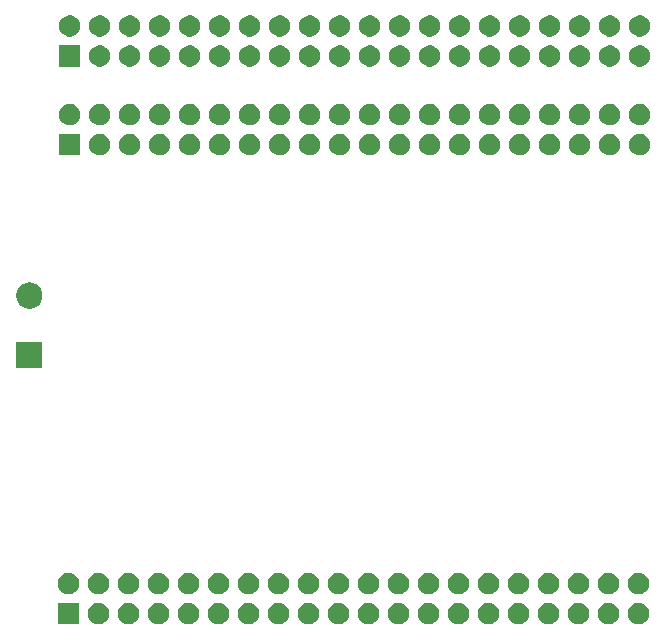
<source format=gbr>
G04 #@! TF.GenerationSoftware,KiCad,Pcbnew,5.1.6*
G04 #@! TF.CreationDate,2020-05-21T19:24:45+02:00*
G04 #@! TF.ProjectId,F010_rpi_logic_level_shifter_hat,46303130-5f72-4706-995f-6c6f6769635f,rev?*
G04 #@! TF.SameCoordinates,PXa52d280PY2b953a0*
G04 #@! TF.FileFunction,Soldermask,Bot*
G04 #@! TF.FilePolarity,Negative*
%FSLAX46Y46*%
G04 Gerber Fmt 4.6, Leading zero omitted, Abs format (unit mm)*
G04 Created by KiCad (PCBNEW 5.1.6) date 2020-05-21 19:24:45*
%MOMM*%
%LPD*%
G01*
G04 APERTURE LIST*
%ADD10C,0.100000*%
G04 APERTURE END LIST*
D10*
G36*
X-4926488Y-48103927D02*
G01*
X-4777188Y-48133624D01*
X-4613216Y-48201544D01*
X-4465646Y-48300147D01*
X-4340147Y-48425646D01*
X-4241544Y-48573216D01*
X-4173624Y-48737188D01*
X-4139000Y-48911259D01*
X-4139000Y-49088741D01*
X-4173624Y-49262812D01*
X-4241544Y-49426784D01*
X-4340147Y-49574354D01*
X-4465646Y-49699853D01*
X-4613216Y-49798456D01*
X-4777188Y-49866376D01*
X-4926488Y-49896073D01*
X-4951258Y-49901000D01*
X-5128742Y-49901000D01*
X-5153512Y-49896073D01*
X-5302812Y-49866376D01*
X-5466784Y-49798456D01*
X-5614354Y-49699853D01*
X-5739853Y-49574354D01*
X-5838456Y-49426784D01*
X-5906376Y-49262812D01*
X-5941000Y-49088741D01*
X-5941000Y-48911259D01*
X-5906376Y-48737188D01*
X-5838456Y-48573216D01*
X-5739853Y-48425646D01*
X-5614354Y-48300147D01*
X-5466784Y-48201544D01*
X-5302812Y-48133624D01*
X-5153512Y-48103927D01*
X-5128742Y-48099000D01*
X-4951258Y-48099000D01*
X-4926488Y-48103927D01*
G37*
G36*
X-30326488Y-48103927D02*
G01*
X-30177188Y-48133624D01*
X-30013216Y-48201544D01*
X-29865646Y-48300147D01*
X-29740147Y-48425646D01*
X-29641544Y-48573216D01*
X-29573624Y-48737188D01*
X-29539000Y-48911259D01*
X-29539000Y-49088741D01*
X-29573624Y-49262812D01*
X-29641544Y-49426784D01*
X-29740147Y-49574354D01*
X-29865646Y-49699853D01*
X-30013216Y-49798456D01*
X-30177188Y-49866376D01*
X-30326488Y-49896073D01*
X-30351258Y-49901000D01*
X-30528742Y-49901000D01*
X-30553512Y-49896073D01*
X-30702812Y-49866376D01*
X-30866784Y-49798456D01*
X-31014354Y-49699853D01*
X-31139853Y-49574354D01*
X-31238456Y-49426784D01*
X-31306376Y-49262812D01*
X-31341000Y-49088741D01*
X-31341000Y-48911259D01*
X-31306376Y-48737188D01*
X-31238456Y-48573216D01*
X-31139853Y-48425646D01*
X-31014354Y-48300147D01*
X-30866784Y-48201544D01*
X-30702812Y-48133624D01*
X-30553512Y-48103927D01*
X-30528742Y-48099000D01*
X-30351258Y-48099000D01*
X-30326488Y-48103927D01*
G37*
G36*
X-10006488Y-48103927D02*
G01*
X-9857188Y-48133624D01*
X-9693216Y-48201544D01*
X-9545646Y-48300147D01*
X-9420147Y-48425646D01*
X-9321544Y-48573216D01*
X-9253624Y-48737188D01*
X-9219000Y-48911259D01*
X-9219000Y-49088741D01*
X-9253624Y-49262812D01*
X-9321544Y-49426784D01*
X-9420147Y-49574354D01*
X-9545646Y-49699853D01*
X-9693216Y-49798456D01*
X-9857188Y-49866376D01*
X-10006488Y-49896073D01*
X-10031258Y-49901000D01*
X-10208742Y-49901000D01*
X-10233512Y-49896073D01*
X-10382812Y-49866376D01*
X-10546784Y-49798456D01*
X-10694354Y-49699853D01*
X-10819853Y-49574354D01*
X-10918456Y-49426784D01*
X-10986376Y-49262812D01*
X-11021000Y-49088741D01*
X-11021000Y-48911259D01*
X-10986376Y-48737188D01*
X-10918456Y-48573216D01*
X-10819853Y-48425646D01*
X-10694354Y-48300147D01*
X-10546784Y-48201544D01*
X-10382812Y-48133624D01*
X-10233512Y-48103927D01*
X-10208742Y-48099000D01*
X-10031258Y-48099000D01*
X-10006488Y-48103927D01*
G37*
G36*
X-12546488Y-48103927D02*
G01*
X-12397188Y-48133624D01*
X-12233216Y-48201544D01*
X-12085646Y-48300147D01*
X-11960147Y-48425646D01*
X-11861544Y-48573216D01*
X-11793624Y-48737188D01*
X-11759000Y-48911259D01*
X-11759000Y-49088741D01*
X-11793624Y-49262812D01*
X-11861544Y-49426784D01*
X-11960147Y-49574354D01*
X-12085646Y-49699853D01*
X-12233216Y-49798456D01*
X-12397188Y-49866376D01*
X-12546488Y-49896073D01*
X-12571258Y-49901000D01*
X-12748742Y-49901000D01*
X-12773512Y-49896073D01*
X-12922812Y-49866376D01*
X-13086784Y-49798456D01*
X-13234354Y-49699853D01*
X-13359853Y-49574354D01*
X-13458456Y-49426784D01*
X-13526376Y-49262812D01*
X-13561000Y-49088741D01*
X-13561000Y-48911259D01*
X-13526376Y-48737188D01*
X-13458456Y-48573216D01*
X-13359853Y-48425646D01*
X-13234354Y-48300147D01*
X-13086784Y-48201544D01*
X-12922812Y-48133624D01*
X-12773512Y-48103927D01*
X-12748742Y-48099000D01*
X-12571258Y-48099000D01*
X-12546488Y-48103927D01*
G37*
G36*
X-15086488Y-48103927D02*
G01*
X-14937188Y-48133624D01*
X-14773216Y-48201544D01*
X-14625646Y-48300147D01*
X-14500147Y-48425646D01*
X-14401544Y-48573216D01*
X-14333624Y-48737188D01*
X-14299000Y-48911259D01*
X-14299000Y-49088741D01*
X-14333624Y-49262812D01*
X-14401544Y-49426784D01*
X-14500147Y-49574354D01*
X-14625646Y-49699853D01*
X-14773216Y-49798456D01*
X-14937188Y-49866376D01*
X-15086488Y-49896073D01*
X-15111258Y-49901000D01*
X-15288742Y-49901000D01*
X-15313512Y-49896073D01*
X-15462812Y-49866376D01*
X-15626784Y-49798456D01*
X-15774354Y-49699853D01*
X-15899853Y-49574354D01*
X-15998456Y-49426784D01*
X-16066376Y-49262812D01*
X-16101000Y-49088741D01*
X-16101000Y-48911259D01*
X-16066376Y-48737188D01*
X-15998456Y-48573216D01*
X-15899853Y-48425646D01*
X-15774354Y-48300147D01*
X-15626784Y-48201544D01*
X-15462812Y-48133624D01*
X-15313512Y-48103927D01*
X-15288742Y-48099000D01*
X-15111258Y-48099000D01*
X-15086488Y-48103927D01*
G37*
G36*
X-17626488Y-48103927D02*
G01*
X-17477188Y-48133624D01*
X-17313216Y-48201544D01*
X-17165646Y-48300147D01*
X-17040147Y-48425646D01*
X-16941544Y-48573216D01*
X-16873624Y-48737188D01*
X-16839000Y-48911259D01*
X-16839000Y-49088741D01*
X-16873624Y-49262812D01*
X-16941544Y-49426784D01*
X-17040147Y-49574354D01*
X-17165646Y-49699853D01*
X-17313216Y-49798456D01*
X-17477188Y-49866376D01*
X-17626488Y-49896073D01*
X-17651258Y-49901000D01*
X-17828742Y-49901000D01*
X-17853512Y-49896073D01*
X-18002812Y-49866376D01*
X-18166784Y-49798456D01*
X-18314354Y-49699853D01*
X-18439853Y-49574354D01*
X-18538456Y-49426784D01*
X-18606376Y-49262812D01*
X-18641000Y-49088741D01*
X-18641000Y-48911259D01*
X-18606376Y-48737188D01*
X-18538456Y-48573216D01*
X-18439853Y-48425646D01*
X-18314354Y-48300147D01*
X-18166784Y-48201544D01*
X-18002812Y-48133624D01*
X-17853512Y-48103927D01*
X-17828742Y-48099000D01*
X-17651258Y-48099000D01*
X-17626488Y-48103927D01*
G37*
G36*
X-20166488Y-48103927D02*
G01*
X-20017188Y-48133624D01*
X-19853216Y-48201544D01*
X-19705646Y-48300147D01*
X-19580147Y-48425646D01*
X-19481544Y-48573216D01*
X-19413624Y-48737188D01*
X-19379000Y-48911259D01*
X-19379000Y-49088741D01*
X-19413624Y-49262812D01*
X-19481544Y-49426784D01*
X-19580147Y-49574354D01*
X-19705646Y-49699853D01*
X-19853216Y-49798456D01*
X-20017188Y-49866376D01*
X-20166488Y-49896073D01*
X-20191258Y-49901000D01*
X-20368742Y-49901000D01*
X-20393512Y-49896073D01*
X-20542812Y-49866376D01*
X-20706784Y-49798456D01*
X-20854354Y-49699853D01*
X-20979853Y-49574354D01*
X-21078456Y-49426784D01*
X-21146376Y-49262812D01*
X-21181000Y-49088741D01*
X-21181000Y-48911259D01*
X-21146376Y-48737188D01*
X-21078456Y-48573216D01*
X-20979853Y-48425646D01*
X-20854354Y-48300147D01*
X-20706784Y-48201544D01*
X-20542812Y-48133624D01*
X-20393512Y-48103927D01*
X-20368742Y-48099000D01*
X-20191258Y-48099000D01*
X-20166488Y-48103927D01*
G37*
G36*
X-22706488Y-48103927D02*
G01*
X-22557188Y-48133624D01*
X-22393216Y-48201544D01*
X-22245646Y-48300147D01*
X-22120147Y-48425646D01*
X-22021544Y-48573216D01*
X-21953624Y-48737188D01*
X-21919000Y-48911259D01*
X-21919000Y-49088741D01*
X-21953624Y-49262812D01*
X-22021544Y-49426784D01*
X-22120147Y-49574354D01*
X-22245646Y-49699853D01*
X-22393216Y-49798456D01*
X-22557188Y-49866376D01*
X-22706488Y-49896073D01*
X-22731258Y-49901000D01*
X-22908742Y-49901000D01*
X-22933512Y-49896073D01*
X-23082812Y-49866376D01*
X-23246784Y-49798456D01*
X-23394354Y-49699853D01*
X-23519853Y-49574354D01*
X-23618456Y-49426784D01*
X-23686376Y-49262812D01*
X-23721000Y-49088741D01*
X-23721000Y-48911259D01*
X-23686376Y-48737188D01*
X-23618456Y-48573216D01*
X-23519853Y-48425646D01*
X-23394354Y-48300147D01*
X-23246784Y-48201544D01*
X-23082812Y-48133624D01*
X-22933512Y-48103927D01*
X-22908742Y-48099000D01*
X-22731258Y-48099000D01*
X-22706488Y-48103927D01*
G37*
G36*
X-25246488Y-48103927D02*
G01*
X-25097188Y-48133624D01*
X-24933216Y-48201544D01*
X-24785646Y-48300147D01*
X-24660147Y-48425646D01*
X-24561544Y-48573216D01*
X-24493624Y-48737188D01*
X-24459000Y-48911259D01*
X-24459000Y-49088741D01*
X-24493624Y-49262812D01*
X-24561544Y-49426784D01*
X-24660147Y-49574354D01*
X-24785646Y-49699853D01*
X-24933216Y-49798456D01*
X-25097188Y-49866376D01*
X-25246488Y-49896073D01*
X-25271258Y-49901000D01*
X-25448742Y-49901000D01*
X-25473512Y-49896073D01*
X-25622812Y-49866376D01*
X-25786784Y-49798456D01*
X-25934354Y-49699853D01*
X-26059853Y-49574354D01*
X-26158456Y-49426784D01*
X-26226376Y-49262812D01*
X-26261000Y-49088741D01*
X-26261000Y-48911259D01*
X-26226376Y-48737188D01*
X-26158456Y-48573216D01*
X-26059853Y-48425646D01*
X-25934354Y-48300147D01*
X-25786784Y-48201544D01*
X-25622812Y-48133624D01*
X-25473512Y-48103927D01*
X-25448742Y-48099000D01*
X-25271258Y-48099000D01*
X-25246488Y-48103927D01*
G37*
G36*
X-27786488Y-48103927D02*
G01*
X-27637188Y-48133624D01*
X-27473216Y-48201544D01*
X-27325646Y-48300147D01*
X-27200147Y-48425646D01*
X-27101544Y-48573216D01*
X-27033624Y-48737188D01*
X-26999000Y-48911259D01*
X-26999000Y-49088741D01*
X-27033624Y-49262812D01*
X-27101544Y-49426784D01*
X-27200147Y-49574354D01*
X-27325646Y-49699853D01*
X-27473216Y-49798456D01*
X-27637188Y-49866376D01*
X-27786488Y-49896073D01*
X-27811258Y-49901000D01*
X-27988742Y-49901000D01*
X-28013512Y-49896073D01*
X-28162812Y-49866376D01*
X-28326784Y-49798456D01*
X-28474354Y-49699853D01*
X-28599853Y-49574354D01*
X-28698456Y-49426784D01*
X-28766376Y-49262812D01*
X-28801000Y-49088741D01*
X-28801000Y-48911259D01*
X-28766376Y-48737188D01*
X-28698456Y-48573216D01*
X-28599853Y-48425646D01*
X-28474354Y-48300147D01*
X-28326784Y-48201544D01*
X-28162812Y-48133624D01*
X-28013512Y-48103927D01*
X-27988742Y-48099000D01*
X-27811258Y-48099000D01*
X-27786488Y-48103927D01*
G37*
G36*
X-7466488Y-48103927D02*
G01*
X-7317188Y-48133624D01*
X-7153216Y-48201544D01*
X-7005646Y-48300147D01*
X-6880147Y-48425646D01*
X-6781544Y-48573216D01*
X-6713624Y-48737188D01*
X-6679000Y-48911259D01*
X-6679000Y-49088741D01*
X-6713624Y-49262812D01*
X-6781544Y-49426784D01*
X-6880147Y-49574354D01*
X-7005646Y-49699853D01*
X-7153216Y-49798456D01*
X-7317188Y-49866376D01*
X-7466488Y-49896073D01*
X-7491258Y-49901000D01*
X-7668742Y-49901000D01*
X-7693512Y-49896073D01*
X-7842812Y-49866376D01*
X-8006784Y-49798456D01*
X-8154354Y-49699853D01*
X-8279853Y-49574354D01*
X-8378456Y-49426784D01*
X-8446376Y-49262812D01*
X-8481000Y-49088741D01*
X-8481000Y-48911259D01*
X-8446376Y-48737188D01*
X-8378456Y-48573216D01*
X-8279853Y-48425646D01*
X-8154354Y-48300147D01*
X-8006784Y-48201544D01*
X-7842812Y-48133624D01*
X-7693512Y-48103927D01*
X-7668742Y-48099000D01*
X-7491258Y-48099000D01*
X-7466488Y-48103927D01*
G37*
G36*
X-35406488Y-48103927D02*
G01*
X-35257188Y-48133624D01*
X-35093216Y-48201544D01*
X-34945646Y-48300147D01*
X-34820147Y-48425646D01*
X-34721544Y-48573216D01*
X-34653624Y-48737188D01*
X-34619000Y-48911259D01*
X-34619000Y-49088741D01*
X-34653624Y-49262812D01*
X-34721544Y-49426784D01*
X-34820147Y-49574354D01*
X-34945646Y-49699853D01*
X-35093216Y-49798456D01*
X-35257188Y-49866376D01*
X-35406488Y-49896073D01*
X-35431258Y-49901000D01*
X-35608742Y-49901000D01*
X-35633512Y-49896073D01*
X-35782812Y-49866376D01*
X-35946784Y-49798456D01*
X-36094354Y-49699853D01*
X-36219853Y-49574354D01*
X-36318456Y-49426784D01*
X-36386376Y-49262812D01*
X-36421000Y-49088741D01*
X-36421000Y-48911259D01*
X-36386376Y-48737188D01*
X-36318456Y-48573216D01*
X-36219853Y-48425646D01*
X-36094354Y-48300147D01*
X-35946784Y-48201544D01*
X-35782812Y-48133624D01*
X-35633512Y-48103927D01*
X-35608742Y-48099000D01*
X-35431258Y-48099000D01*
X-35406488Y-48103927D01*
G37*
G36*
X-37946488Y-48103927D02*
G01*
X-37797188Y-48133624D01*
X-37633216Y-48201544D01*
X-37485646Y-48300147D01*
X-37360147Y-48425646D01*
X-37261544Y-48573216D01*
X-37193624Y-48737188D01*
X-37159000Y-48911259D01*
X-37159000Y-49088741D01*
X-37193624Y-49262812D01*
X-37261544Y-49426784D01*
X-37360147Y-49574354D01*
X-37485646Y-49699853D01*
X-37633216Y-49798456D01*
X-37797188Y-49866376D01*
X-37946488Y-49896073D01*
X-37971258Y-49901000D01*
X-38148742Y-49901000D01*
X-38173512Y-49896073D01*
X-38322812Y-49866376D01*
X-38486784Y-49798456D01*
X-38634354Y-49699853D01*
X-38759853Y-49574354D01*
X-38858456Y-49426784D01*
X-38926376Y-49262812D01*
X-38961000Y-49088741D01*
X-38961000Y-48911259D01*
X-38926376Y-48737188D01*
X-38858456Y-48573216D01*
X-38759853Y-48425646D01*
X-38634354Y-48300147D01*
X-38486784Y-48201544D01*
X-38322812Y-48133624D01*
X-38173512Y-48103927D01*
X-38148742Y-48099000D01*
X-37971258Y-48099000D01*
X-37946488Y-48103927D01*
G37*
G36*
X-40486488Y-48103927D02*
G01*
X-40337188Y-48133624D01*
X-40173216Y-48201544D01*
X-40025646Y-48300147D01*
X-39900147Y-48425646D01*
X-39801544Y-48573216D01*
X-39733624Y-48737188D01*
X-39699000Y-48911259D01*
X-39699000Y-49088741D01*
X-39733624Y-49262812D01*
X-39801544Y-49426784D01*
X-39900147Y-49574354D01*
X-40025646Y-49699853D01*
X-40173216Y-49798456D01*
X-40337188Y-49866376D01*
X-40486488Y-49896073D01*
X-40511258Y-49901000D01*
X-40688742Y-49901000D01*
X-40713512Y-49896073D01*
X-40862812Y-49866376D01*
X-41026784Y-49798456D01*
X-41174354Y-49699853D01*
X-41299853Y-49574354D01*
X-41398456Y-49426784D01*
X-41466376Y-49262812D01*
X-41501000Y-49088741D01*
X-41501000Y-48911259D01*
X-41466376Y-48737188D01*
X-41398456Y-48573216D01*
X-41299853Y-48425646D01*
X-41174354Y-48300147D01*
X-41026784Y-48201544D01*
X-40862812Y-48133624D01*
X-40713512Y-48103927D01*
X-40688742Y-48099000D01*
X-40511258Y-48099000D01*
X-40486488Y-48103927D01*
G37*
G36*
X-43026488Y-48103927D02*
G01*
X-42877188Y-48133624D01*
X-42713216Y-48201544D01*
X-42565646Y-48300147D01*
X-42440147Y-48425646D01*
X-42341544Y-48573216D01*
X-42273624Y-48737188D01*
X-42239000Y-48911259D01*
X-42239000Y-49088741D01*
X-42273624Y-49262812D01*
X-42341544Y-49426784D01*
X-42440147Y-49574354D01*
X-42565646Y-49699853D01*
X-42713216Y-49798456D01*
X-42877188Y-49866376D01*
X-43026488Y-49896073D01*
X-43051258Y-49901000D01*
X-43228742Y-49901000D01*
X-43253512Y-49896073D01*
X-43402812Y-49866376D01*
X-43566784Y-49798456D01*
X-43714354Y-49699853D01*
X-43839853Y-49574354D01*
X-43938456Y-49426784D01*
X-44006376Y-49262812D01*
X-44041000Y-49088741D01*
X-44041000Y-48911259D01*
X-44006376Y-48737188D01*
X-43938456Y-48573216D01*
X-43839853Y-48425646D01*
X-43714354Y-48300147D01*
X-43566784Y-48201544D01*
X-43402812Y-48133624D01*
X-43253512Y-48103927D01*
X-43228742Y-48099000D01*
X-43051258Y-48099000D01*
X-43026488Y-48103927D01*
G37*
G36*
X-45566488Y-48103927D02*
G01*
X-45417188Y-48133624D01*
X-45253216Y-48201544D01*
X-45105646Y-48300147D01*
X-44980147Y-48425646D01*
X-44881544Y-48573216D01*
X-44813624Y-48737188D01*
X-44779000Y-48911259D01*
X-44779000Y-49088741D01*
X-44813624Y-49262812D01*
X-44881544Y-49426784D01*
X-44980147Y-49574354D01*
X-45105646Y-49699853D01*
X-45253216Y-49798456D01*
X-45417188Y-49866376D01*
X-45566488Y-49896073D01*
X-45591258Y-49901000D01*
X-45768742Y-49901000D01*
X-45793512Y-49896073D01*
X-45942812Y-49866376D01*
X-46106784Y-49798456D01*
X-46254354Y-49699853D01*
X-46379853Y-49574354D01*
X-46478456Y-49426784D01*
X-46546376Y-49262812D01*
X-46581000Y-49088741D01*
X-46581000Y-48911259D01*
X-46546376Y-48737188D01*
X-46478456Y-48573216D01*
X-46379853Y-48425646D01*
X-46254354Y-48300147D01*
X-46106784Y-48201544D01*
X-45942812Y-48133624D01*
X-45793512Y-48103927D01*
X-45768742Y-48099000D01*
X-45591258Y-48099000D01*
X-45566488Y-48103927D01*
G37*
G36*
X-48106488Y-48103927D02*
G01*
X-47957188Y-48133624D01*
X-47793216Y-48201544D01*
X-47645646Y-48300147D01*
X-47520147Y-48425646D01*
X-47421544Y-48573216D01*
X-47353624Y-48737188D01*
X-47319000Y-48911259D01*
X-47319000Y-49088741D01*
X-47353624Y-49262812D01*
X-47421544Y-49426784D01*
X-47520147Y-49574354D01*
X-47645646Y-49699853D01*
X-47793216Y-49798456D01*
X-47957188Y-49866376D01*
X-48106488Y-49896073D01*
X-48131258Y-49901000D01*
X-48308742Y-49901000D01*
X-48333512Y-49896073D01*
X-48482812Y-49866376D01*
X-48646784Y-49798456D01*
X-48794354Y-49699853D01*
X-48919853Y-49574354D01*
X-49018456Y-49426784D01*
X-49086376Y-49262812D01*
X-49121000Y-49088741D01*
X-49121000Y-48911259D01*
X-49086376Y-48737188D01*
X-49018456Y-48573216D01*
X-48919853Y-48425646D01*
X-48794354Y-48300147D01*
X-48646784Y-48201544D01*
X-48482812Y-48133624D01*
X-48333512Y-48103927D01*
X-48308742Y-48099000D01*
X-48131258Y-48099000D01*
X-48106488Y-48103927D01*
G37*
G36*
X-50646488Y-48103927D02*
G01*
X-50497188Y-48133624D01*
X-50333216Y-48201544D01*
X-50185646Y-48300147D01*
X-50060147Y-48425646D01*
X-49961544Y-48573216D01*
X-49893624Y-48737188D01*
X-49859000Y-48911259D01*
X-49859000Y-49088741D01*
X-49893624Y-49262812D01*
X-49961544Y-49426784D01*
X-50060147Y-49574354D01*
X-50185646Y-49699853D01*
X-50333216Y-49798456D01*
X-50497188Y-49866376D01*
X-50646488Y-49896073D01*
X-50671258Y-49901000D01*
X-50848742Y-49901000D01*
X-50873512Y-49896073D01*
X-51022812Y-49866376D01*
X-51186784Y-49798456D01*
X-51334354Y-49699853D01*
X-51459853Y-49574354D01*
X-51558456Y-49426784D01*
X-51626376Y-49262812D01*
X-51661000Y-49088741D01*
X-51661000Y-48911259D01*
X-51626376Y-48737188D01*
X-51558456Y-48573216D01*
X-51459853Y-48425646D01*
X-51334354Y-48300147D01*
X-51186784Y-48201544D01*
X-51022812Y-48133624D01*
X-50873512Y-48103927D01*
X-50848742Y-48099000D01*
X-50671258Y-48099000D01*
X-50646488Y-48103927D01*
G37*
G36*
X-52399000Y-49901000D02*
G01*
X-54201000Y-49901000D01*
X-54201000Y-48099000D01*
X-52399000Y-48099000D01*
X-52399000Y-49901000D01*
G37*
G36*
X-32866488Y-48103927D02*
G01*
X-32717188Y-48133624D01*
X-32553216Y-48201544D01*
X-32405646Y-48300147D01*
X-32280147Y-48425646D01*
X-32181544Y-48573216D01*
X-32113624Y-48737188D01*
X-32079000Y-48911259D01*
X-32079000Y-49088741D01*
X-32113624Y-49262812D01*
X-32181544Y-49426784D01*
X-32280147Y-49574354D01*
X-32405646Y-49699853D01*
X-32553216Y-49798456D01*
X-32717188Y-49866376D01*
X-32866488Y-49896073D01*
X-32891258Y-49901000D01*
X-33068742Y-49901000D01*
X-33093512Y-49896073D01*
X-33242812Y-49866376D01*
X-33406784Y-49798456D01*
X-33554354Y-49699853D01*
X-33679853Y-49574354D01*
X-33778456Y-49426784D01*
X-33846376Y-49262812D01*
X-33881000Y-49088741D01*
X-33881000Y-48911259D01*
X-33846376Y-48737188D01*
X-33778456Y-48573216D01*
X-33679853Y-48425646D01*
X-33554354Y-48300147D01*
X-33406784Y-48201544D01*
X-33242812Y-48133624D01*
X-33093512Y-48103927D01*
X-33068742Y-48099000D01*
X-32891258Y-48099000D01*
X-32866488Y-48103927D01*
G37*
G36*
X-10006488Y-45563927D02*
G01*
X-9857188Y-45593624D01*
X-9693216Y-45661544D01*
X-9545646Y-45760147D01*
X-9420147Y-45885646D01*
X-9321544Y-46033216D01*
X-9253624Y-46197188D01*
X-9219000Y-46371259D01*
X-9219000Y-46548741D01*
X-9253624Y-46722812D01*
X-9321544Y-46886784D01*
X-9420147Y-47034354D01*
X-9545646Y-47159853D01*
X-9693216Y-47258456D01*
X-9857188Y-47326376D01*
X-10006488Y-47356073D01*
X-10031258Y-47361000D01*
X-10208742Y-47361000D01*
X-10233512Y-47356073D01*
X-10382812Y-47326376D01*
X-10546784Y-47258456D01*
X-10694354Y-47159853D01*
X-10819853Y-47034354D01*
X-10918456Y-46886784D01*
X-10986376Y-46722812D01*
X-11021000Y-46548741D01*
X-11021000Y-46371259D01*
X-10986376Y-46197188D01*
X-10918456Y-46033216D01*
X-10819853Y-45885646D01*
X-10694354Y-45760147D01*
X-10546784Y-45661544D01*
X-10382812Y-45593624D01*
X-10233512Y-45563927D01*
X-10208742Y-45559000D01*
X-10031258Y-45559000D01*
X-10006488Y-45563927D01*
G37*
G36*
X-7466488Y-45563927D02*
G01*
X-7317188Y-45593624D01*
X-7153216Y-45661544D01*
X-7005646Y-45760147D01*
X-6880147Y-45885646D01*
X-6781544Y-46033216D01*
X-6713624Y-46197188D01*
X-6679000Y-46371259D01*
X-6679000Y-46548741D01*
X-6713624Y-46722812D01*
X-6781544Y-46886784D01*
X-6880147Y-47034354D01*
X-7005646Y-47159853D01*
X-7153216Y-47258456D01*
X-7317188Y-47326376D01*
X-7466488Y-47356073D01*
X-7491258Y-47361000D01*
X-7668742Y-47361000D01*
X-7693512Y-47356073D01*
X-7842812Y-47326376D01*
X-8006784Y-47258456D01*
X-8154354Y-47159853D01*
X-8279853Y-47034354D01*
X-8378456Y-46886784D01*
X-8446376Y-46722812D01*
X-8481000Y-46548741D01*
X-8481000Y-46371259D01*
X-8446376Y-46197188D01*
X-8378456Y-46033216D01*
X-8279853Y-45885646D01*
X-8154354Y-45760147D01*
X-8006784Y-45661544D01*
X-7842812Y-45593624D01*
X-7693512Y-45563927D01*
X-7668742Y-45559000D01*
X-7491258Y-45559000D01*
X-7466488Y-45563927D01*
G37*
G36*
X-43026488Y-45563927D02*
G01*
X-42877188Y-45593624D01*
X-42713216Y-45661544D01*
X-42565646Y-45760147D01*
X-42440147Y-45885646D01*
X-42341544Y-46033216D01*
X-42273624Y-46197188D01*
X-42239000Y-46371259D01*
X-42239000Y-46548741D01*
X-42273624Y-46722812D01*
X-42341544Y-46886784D01*
X-42440147Y-47034354D01*
X-42565646Y-47159853D01*
X-42713216Y-47258456D01*
X-42877188Y-47326376D01*
X-43026488Y-47356073D01*
X-43051258Y-47361000D01*
X-43228742Y-47361000D01*
X-43253512Y-47356073D01*
X-43402812Y-47326376D01*
X-43566784Y-47258456D01*
X-43714354Y-47159853D01*
X-43839853Y-47034354D01*
X-43938456Y-46886784D01*
X-44006376Y-46722812D01*
X-44041000Y-46548741D01*
X-44041000Y-46371259D01*
X-44006376Y-46197188D01*
X-43938456Y-46033216D01*
X-43839853Y-45885646D01*
X-43714354Y-45760147D01*
X-43566784Y-45661544D01*
X-43402812Y-45593624D01*
X-43253512Y-45563927D01*
X-43228742Y-45559000D01*
X-43051258Y-45559000D01*
X-43026488Y-45563927D01*
G37*
G36*
X-37946488Y-45563927D02*
G01*
X-37797188Y-45593624D01*
X-37633216Y-45661544D01*
X-37485646Y-45760147D01*
X-37360147Y-45885646D01*
X-37261544Y-46033216D01*
X-37193624Y-46197188D01*
X-37159000Y-46371259D01*
X-37159000Y-46548741D01*
X-37193624Y-46722812D01*
X-37261544Y-46886784D01*
X-37360147Y-47034354D01*
X-37485646Y-47159853D01*
X-37633216Y-47258456D01*
X-37797188Y-47326376D01*
X-37946488Y-47356073D01*
X-37971258Y-47361000D01*
X-38148742Y-47361000D01*
X-38173512Y-47356073D01*
X-38322812Y-47326376D01*
X-38486784Y-47258456D01*
X-38634354Y-47159853D01*
X-38759853Y-47034354D01*
X-38858456Y-46886784D01*
X-38926376Y-46722812D01*
X-38961000Y-46548741D01*
X-38961000Y-46371259D01*
X-38926376Y-46197188D01*
X-38858456Y-46033216D01*
X-38759853Y-45885646D01*
X-38634354Y-45760147D01*
X-38486784Y-45661544D01*
X-38322812Y-45593624D01*
X-38173512Y-45563927D01*
X-38148742Y-45559000D01*
X-37971258Y-45559000D01*
X-37946488Y-45563927D01*
G37*
G36*
X-40486488Y-45563927D02*
G01*
X-40337188Y-45593624D01*
X-40173216Y-45661544D01*
X-40025646Y-45760147D01*
X-39900147Y-45885646D01*
X-39801544Y-46033216D01*
X-39733624Y-46197188D01*
X-39699000Y-46371259D01*
X-39699000Y-46548741D01*
X-39733624Y-46722812D01*
X-39801544Y-46886784D01*
X-39900147Y-47034354D01*
X-40025646Y-47159853D01*
X-40173216Y-47258456D01*
X-40337188Y-47326376D01*
X-40486488Y-47356073D01*
X-40511258Y-47361000D01*
X-40688742Y-47361000D01*
X-40713512Y-47356073D01*
X-40862812Y-47326376D01*
X-41026784Y-47258456D01*
X-41174354Y-47159853D01*
X-41299853Y-47034354D01*
X-41398456Y-46886784D01*
X-41466376Y-46722812D01*
X-41501000Y-46548741D01*
X-41501000Y-46371259D01*
X-41466376Y-46197188D01*
X-41398456Y-46033216D01*
X-41299853Y-45885646D01*
X-41174354Y-45760147D01*
X-41026784Y-45661544D01*
X-40862812Y-45593624D01*
X-40713512Y-45563927D01*
X-40688742Y-45559000D01*
X-40511258Y-45559000D01*
X-40486488Y-45563927D01*
G37*
G36*
X-45566488Y-45563927D02*
G01*
X-45417188Y-45593624D01*
X-45253216Y-45661544D01*
X-45105646Y-45760147D01*
X-44980147Y-45885646D01*
X-44881544Y-46033216D01*
X-44813624Y-46197188D01*
X-44779000Y-46371259D01*
X-44779000Y-46548741D01*
X-44813624Y-46722812D01*
X-44881544Y-46886784D01*
X-44980147Y-47034354D01*
X-45105646Y-47159853D01*
X-45253216Y-47258456D01*
X-45417188Y-47326376D01*
X-45566488Y-47356073D01*
X-45591258Y-47361000D01*
X-45768742Y-47361000D01*
X-45793512Y-47356073D01*
X-45942812Y-47326376D01*
X-46106784Y-47258456D01*
X-46254354Y-47159853D01*
X-46379853Y-47034354D01*
X-46478456Y-46886784D01*
X-46546376Y-46722812D01*
X-46581000Y-46548741D01*
X-46581000Y-46371259D01*
X-46546376Y-46197188D01*
X-46478456Y-46033216D01*
X-46379853Y-45885646D01*
X-46254354Y-45760147D01*
X-46106784Y-45661544D01*
X-45942812Y-45593624D01*
X-45793512Y-45563927D01*
X-45768742Y-45559000D01*
X-45591258Y-45559000D01*
X-45566488Y-45563927D01*
G37*
G36*
X-48106488Y-45563927D02*
G01*
X-47957188Y-45593624D01*
X-47793216Y-45661544D01*
X-47645646Y-45760147D01*
X-47520147Y-45885646D01*
X-47421544Y-46033216D01*
X-47353624Y-46197188D01*
X-47319000Y-46371259D01*
X-47319000Y-46548741D01*
X-47353624Y-46722812D01*
X-47421544Y-46886784D01*
X-47520147Y-47034354D01*
X-47645646Y-47159853D01*
X-47793216Y-47258456D01*
X-47957188Y-47326376D01*
X-48106488Y-47356073D01*
X-48131258Y-47361000D01*
X-48308742Y-47361000D01*
X-48333512Y-47356073D01*
X-48482812Y-47326376D01*
X-48646784Y-47258456D01*
X-48794354Y-47159853D01*
X-48919853Y-47034354D01*
X-49018456Y-46886784D01*
X-49086376Y-46722812D01*
X-49121000Y-46548741D01*
X-49121000Y-46371259D01*
X-49086376Y-46197188D01*
X-49018456Y-46033216D01*
X-48919853Y-45885646D01*
X-48794354Y-45760147D01*
X-48646784Y-45661544D01*
X-48482812Y-45593624D01*
X-48333512Y-45563927D01*
X-48308742Y-45559000D01*
X-48131258Y-45559000D01*
X-48106488Y-45563927D01*
G37*
G36*
X-50646488Y-45563927D02*
G01*
X-50497188Y-45593624D01*
X-50333216Y-45661544D01*
X-50185646Y-45760147D01*
X-50060147Y-45885646D01*
X-49961544Y-46033216D01*
X-49893624Y-46197188D01*
X-49859000Y-46371259D01*
X-49859000Y-46548741D01*
X-49893624Y-46722812D01*
X-49961544Y-46886784D01*
X-50060147Y-47034354D01*
X-50185646Y-47159853D01*
X-50333216Y-47258456D01*
X-50497188Y-47326376D01*
X-50646488Y-47356073D01*
X-50671258Y-47361000D01*
X-50848742Y-47361000D01*
X-50873512Y-47356073D01*
X-51022812Y-47326376D01*
X-51186784Y-47258456D01*
X-51334354Y-47159853D01*
X-51459853Y-47034354D01*
X-51558456Y-46886784D01*
X-51626376Y-46722812D01*
X-51661000Y-46548741D01*
X-51661000Y-46371259D01*
X-51626376Y-46197188D01*
X-51558456Y-46033216D01*
X-51459853Y-45885646D01*
X-51334354Y-45760147D01*
X-51186784Y-45661544D01*
X-51022812Y-45593624D01*
X-50873512Y-45563927D01*
X-50848742Y-45559000D01*
X-50671258Y-45559000D01*
X-50646488Y-45563927D01*
G37*
G36*
X-53186488Y-45563927D02*
G01*
X-53037188Y-45593624D01*
X-52873216Y-45661544D01*
X-52725646Y-45760147D01*
X-52600147Y-45885646D01*
X-52501544Y-46033216D01*
X-52433624Y-46197188D01*
X-52399000Y-46371259D01*
X-52399000Y-46548741D01*
X-52433624Y-46722812D01*
X-52501544Y-46886784D01*
X-52600147Y-47034354D01*
X-52725646Y-47159853D01*
X-52873216Y-47258456D01*
X-53037188Y-47326376D01*
X-53186488Y-47356073D01*
X-53211258Y-47361000D01*
X-53388742Y-47361000D01*
X-53413512Y-47356073D01*
X-53562812Y-47326376D01*
X-53726784Y-47258456D01*
X-53874354Y-47159853D01*
X-53999853Y-47034354D01*
X-54098456Y-46886784D01*
X-54166376Y-46722812D01*
X-54201000Y-46548741D01*
X-54201000Y-46371259D01*
X-54166376Y-46197188D01*
X-54098456Y-46033216D01*
X-53999853Y-45885646D01*
X-53874354Y-45760147D01*
X-53726784Y-45661544D01*
X-53562812Y-45593624D01*
X-53413512Y-45563927D01*
X-53388742Y-45559000D01*
X-53211258Y-45559000D01*
X-53186488Y-45563927D01*
G37*
G36*
X-22706488Y-45563927D02*
G01*
X-22557188Y-45593624D01*
X-22393216Y-45661544D01*
X-22245646Y-45760147D01*
X-22120147Y-45885646D01*
X-22021544Y-46033216D01*
X-21953624Y-46197188D01*
X-21919000Y-46371259D01*
X-21919000Y-46548741D01*
X-21953624Y-46722812D01*
X-22021544Y-46886784D01*
X-22120147Y-47034354D01*
X-22245646Y-47159853D01*
X-22393216Y-47258456D01*
X-22557188Y-47326376D01*
X-22706488Y-47356073D01*
X-22731258Y-47361000D01*
X-22908742Y-47361000D01*
X-22933512Y-47356073D01*
X-23082812Y-47326376D01*
X-23246784Y-47258456D01*
X-23394354Y-47159853D01*
X-23519853Y-47034354D01*
X-23618456Y-46886784D01*
X-23686376Y-46722812D01*
X-23721000Y-46548741D01*
X-23721000Y-46371259D01*
X-23686376Y-46197188D01*
X-23618456Y-46033216D01*
X-23519853Y-45885646D01*
X-23394354Y-45760147D01*
X-23246784Y-45661544D01*
X-23082812Y-45593624D01*
X-22933512Y-45563927D01*
X-22908742Y-45559000D01*
X-22731258Y-45559000D01*
X-22706488Y-45563927D01*
G37*
G36*
X-15086488Y-45563927D02*
G01*
X-14937188Y-45593624D01*
X-14773216Y-45661544D01*
X-14625646Y-45760147D01*
X-14500147Y-45885646D01*
X-14401544Y-46033216D01*
X-14333624Y-46197188D01*
X-14299000Y-46371259D01*
X-14299000Y-46548741D01*
X-14333624Y-46722812D01*
X-14401544Y-46886784D01*
X-14500147Y-47034354D01*
X-14625646Y-47159853D01*
X-14773216Y-47258456D01*
X-14937188Y-47326376D01*
X-15086488Y-47356073D01*
X-15111258Y-47361000D01*
X-15288742Y-47361000D01*
X-15313512Y-47356073D01*
X-15462812Y-47326376D01*
X-15626784Y-47258456D01*
X-15774354Y-47159853D01*
X-15899853Y-47034354D01*
X-15998456Y-46886784D01*
X-16066376Y-46722812D01*
X-16101000Y-46548741D01*
X-16101000Y-46371259D01*
X-16066376Y-46197188D01*
X-15998456Y-46033216D01*
X-15899853Y-45885646D01*
X-15774354Y-45760147D01*
X-15626784Y-45661544D01*
X-15462812Y-45593624D01*
X-15313512Y-45563927D01*
X-15288742Y-45559000D01*
X-15111258Y-45559000D01*
X-15086488Y-45563927D01*
G37*
G36*
X-17626488Y-45563927D02*
G01*
X-17477188Y-45593624D01*
X-17313216Y-45661544D01*
X-17165646Y-45760147D01*
X-17040147Y-45885646D01*
X-16941544Y-46033216D01*
X-16873624Y-46197188D01*
X-16839000Y-46371259D01*
X-16839000Y-46548741D01*
X-16873624Y-46722812D01*
X-16941544Y-46886784D01*
X-17040147Y-47034354D01*
X-17165646Y-47159853D01*
X-17313216Y-47258456D01*
X-17477188Y-47326376D01*
X-17626488Y-47356073D01*
X-17651258Y-47361000D01*
X-17828742Y-47361000D01*
X-17853512Y-47356073D01*
X-18002812Y-47326376D01*
X-18166784Y-47258456D01*
X-18314354Y-47159853D01*
X-18439853Y-47034354D01*
X-18538456Y-46886784D01*
X-18606376Y-46722812D01*
X-18641000Y-46548741D01*
X-18641000Y-46371259D01*
X-18606376Y-46197188D01*
X-18538456Y-46033216D01*
X-18439853Y-45885646D01*
X-18314354Y-45760147D01*
X-18166784Y-45661544D01*
X-18002812Y-45593624D01*
X-17853512Y-45563927D01*
X-17828742Y-45559000D01*
X-17651258Y-45559000D01*
X-17626488Y-45563927D01*
G37*
G36*
X-20166488Y-45563927D02*
G01*
X-20017188Y-45593624D01*
X-19853216Y-45661544D01*
X-19705646Y-45760147D01*
X-19580147Y-45885646D01*
X-19481544Y-46033216D01*
X-19413624Y-46197188D01*
X-19379000Y-46371259D01*
X-19379000Y-46548741D01*
X-19413624Y-46722812D01*
X-19481544Y-46886784D01*
X-19580147Y-47034354D01*
X-19705646Y-47159853D01*
X-19853216Y-47258456D01*
X-20017188Y-47326376D01*
X-20166488Y-47356073D01*
X-20191258Y-47361000D01*
X-20368742Y-47361000D01*
X-20393512Y-47356073D01*
X-20542812Y-47326376D01*
X-20706784Y-47258456D01*
X-20854354Y-47159853D01*
X-20979853Y-47034354D01*
X-21078456Y-46886784D01*
X-21146376Y-46722812D01*
X-21181000Y-46548741D01*
X-21181000Y-46371259D01*
X-21146376Y-46197188D01*
X-21078456Y-46033216D01*
X-20979853Y-45885646D01*
X-20854354Y-45760147D01*
X-20706784Y-45661544D01*
X-20542812Y-45593624D01*
X-20393512Y-45563927D01*
X-20368742Y-45559000D01*
X-20191258Y-45559000D01*
X-20166488Y-45563927D01*
G37*
G36*
X-25246488Y-45563927D02*
G01*
X-25097188Y-45593624D01*
X-24933216Y-45661544D01*
X-24785646Y-45760147D01*
X-24660147Y-45885646D01*
X-24561544Y-46033216D01*
X-24493624Y-46197188D01*
X-24459000Y-46371259D01*
X-24459000Y-46548741D01*
X-24493624Y-46722812D01*
X-24561544Y-46886784D01*
X-24660147Y-47034354D01*
X-24785646Y-47159853D01*
X-24933216Y-47258456D01*
X-25097188Y-47326376D01*
X-25246488Y-47356073D01*
X-25271258Y-47361000D01*
X-25448742Y-47361000D01*
X-25473512Y-47356073D01*
X-25622812Y-47326376D01*
X-25786784Y-47258456D01*
X-25934354Y-47159853D01*
X-26059853Y-47034354D01*
X-26158456Y-46886784D01*
X-26226376Y-46722812D01*
X-26261000Y-46548741D01*
X-26261000Y-46371259D01*
X-26226376Y-46197188D01*
X-26158456Y-46033216D01*
X-26059853Y-45885646D01*
X-25934354Y-45760147D01*
X-25786784Y-45661544D01*
X-25622812Y-45593624D01*
X-25473512Y-45563927D01*
X-25448742Y-45559000D01*
X-25271258Y-45559000D01*
X-25246488Y-45563927D01*
G37*
G36*
X-4926488Y-45563927D02*
G01*
X-4777188Y-45593624D01*
X-4613216Y-45661544D01*
X-4465646Y-45760147D01*
X-4340147Y-45885646D01*
X-4241544Y-46033216D01*
X-4173624Y-46197188D01*
X-4139000Y-46371259D01*
X-4139000Y-46548741D01*
X-4173624Y-46722812D01*
X-4241544Y-46886784D01*
X-4340147Y-47034354D01*
X-4465646Y-47159853D01*
X-4613216Y-47258456D01*
X-4777188Y-47326376D01*
X-4926488Y-47356073D01*
X-4951258Y-47361000D01*
X-5128742Y-47361000D01*
X-5153512Y-47356073D01*
X-5302812Y-47326376D01*
X-5466784Y-47258456D01*
X-5614354Y-47159853D01*
X-5739853Y-47034354D01*
X-5838456Y-46886784D01*
X-5906376Y-46722812D01*
X-5941000Y-46548741D01*
X-5941000Y-46371259D01*
X-5906376Y-46197188D01*
X-5838456Y-46033216D01*
X-5739853Y-45885646D01*
X-5614354Y-45760147D01*
X-5466784Y-45661544D01*
X-5302812Y-45593624D01*
X-5153512Y-45563927D01*
X-5128742Y-45559000D01*
X-4951258Y-45559000D01*
X-4926488Y-45563927D01*
G37*
G36*
X-27786488Y-45563927D02*
G01*
X-27637188Y-45593624D01*
X-27473216Y-45661544D01*
X-27325646Y-45760147D01*
X-27200147Y-45885646D01*
X-27101544Y-46033216D01*
X-27033624Y-46197188D01*
X-26999000Y-46371259D01*
X-26999000Y-46548741D01*
X-27033624Y-46722812D01*
X-27101544Y-46886784D01*
X-27200147Y-47034354D01*
X-27325646Y-47159853D01*
X-27473216Y-47258456D01*
X-27637188Y-47326376D01*
X-27786488Y-47356073D01*
X-27811258Y-47361000D01*
X-27988742Y-47361000D01*
X-28013512Y-47356073D01*
X-28162812Y-47326376D01*
X-28326784Y-47258456D01*
X-28474354Y-47159853D01*
X-28599853Y-47034354D01*
X-28698456Y-46886784D01*
X-28766376Y-46722812D01*
X-28801000Y-46548741D01*
X-28801000Y-46371259D01*
X-28766376Y-46197188D01*
X-28698456Y-46033216D01*
X-28599853Y-45885646D01*
X-28474354Y-45760147D01*
X-28326784Y-45661544D01*
X-28162812Y-45593624D01*
X-28013512Y-45563927D01*
X-27988742Y-45559000D01*
X-27811258Y-45559000D01*
X-27786488Y-45563927D01*
G37*
G36*
X-30326488Y-45563927D02*
G01*
X-30177188Y-45593624D01*
X-30013216Y-45661544D01*
X-29865646Y-45760147D01*
X-29740147Y-45885646D01*
X-29641544Y-46033216D01*
X-29573624Y-46197188D01*
X-29539000Y-46371259D01*
X-29539000Y-46548741D01*
X-29573624Y-46722812D01*
X-29641544Y-46886784D01*
X-29740147Y-47034354D01*
X-29865646Y-47159853D01*
X-30013216Y-47258456D01*
X-30177188Y-47326376D01*
X-30326488Y-47356073D01*
X-30351258Y-47361000D01*
X-30528742Y-47361000D01*
X-30553512Y-47356073D01*
X-30702812Y-47326376D01*
X-30866784Y-47258456D01*
X-31014354Y-47159853D01*
X-31139853Y-47034354D01*
X-31238456Y-46886784D01*
X-31306376Y-46722812D01*
X-31341000Y-46548741D01*
X-31341000Y-46371259D01*
X-31306376Y-46197188D01*
X-31238456Y-46033216D01*
X-31139853Y-45885646D01*
X-31014354Y-45760147D01*
X-30866784Y-45661544D01*
X-30702812Y-45593624D01*
X-30553512Y-45563927D01*
X-30528742Y-45559000D01*
X-30351258Y-45559000D01*
X-30326488Y-45563927D01*
G37*
G36*
X-35406488Y-45563927D02*
G01*
X-35257188Y-45593624D01*
X-35093216Y-45661544D01*
X-34945646Y-45760147D01*
X-34820147Y-45885646D01*
X-34721544Y-46033216D01*
X-34653624Y-46197188D01*
X-34619000Y-46371259D01*
X-34619000Y-46548741D01*
X-34653624Y-46722812D01*
X-34721544Y-46886784D01*
X-34820147Y-47034354D01*
X-34945646Y-47159853D01*
X-35093216Y-47258456D01*
X-35257188Y-47326376D01*
X-35406488Y-47356073D01*
X-35431258Y-47361000D01*
X-35608742Y-47361000D01*
X-35633512Y-47356073D01*
X-35782812Y-47326376D01*
X-35946784Y-47258456D01*
X-36094354Y-47159853D01*
X-36219853Y-47034354D01*
X-36318456Y-46886784D01*
X-36386376Y-46722812D01*
X-36421000Y-46548741D01*
X-36421000Y-46371259D01*
X-36386376Y-46197188D01*
X-36318456Y-46033216D01*
X-36219853Y-45885646D01*
X-36094354Y-45760147D01*
X-35946784Y-45661544D01*
X-35782812Y-45593624D01*
X-35633512Y-45563927D01*
X-35608742Y-45559000D01*
X-35431258Y-45559000D01*
X-35406488Y-45563927D01*
G37*
G36*
X-32866488Y-45563927D02*
G01*
X-32717188Y-45593624D01*
X-32553216Y-45661544D01*
X-32405646Y-45760147D01*
X-32280147Y-45885646D01*
X-32181544Y-46033216D01*
X-32113624Y-46197188D01*
X-32079000Y-46371259D01*
X-32079000Y-46548741D01*
X-32113624Y-46722812D01*
X-32181544Y-46886784D01*
X-32280147Y-47034354D01*
X-32405646Y-47159853D01*
X-32553216Y-47258456D01*
X-32717188Y-47326376D01*
X-32866488Y-47356073D01*
X-32891258Y-47361000D01*
X-33068742Y-47361000D01*
X-33093512Y-47356073D01*
X-33242812Y-47326376D01*
X-33406784Y-47258456D01*
X-33554354Y-47159853D01*
X-33679853Y-47034354D01*
X-33778456Y-46886784D01*
X-33846376Y-46722812D01*
X-33881000Y-46548741D01*
X-33881000Y-46371259D01*
X-33846376Y-46197188D01*
X-33778456Y-46033216D01*
X-33679853Y-45885646D01*
X-33554354Y-45760147D01*
X-33406784Y-45661544D01*
X-33242812Y-45593624D01*
X-33093512Y-45563927D01*
X-33068742Y-45559000D01*
X-32891258Y-45559000D01*
X-32866488Y-45563927D01*
G37*
G36*
X-12546488Y-45563927D02*
G01*
X-12397188Y-45593624D01*
X-12233216Y-45661544D01*
X-12085646Y-45760147D01*
X-11960147Y-45885646D01*
X-11861544Y-46033216D01*
X-11793624Y-46197188D01*
X-11759000Y-46371259D01*
X-11759000Y-46548741D01*
X-11793624Y-46722812D01*
X-11861544Y-46886784D01*
X-11960147Y-47034354D01*
X-12085646Y-47159853D01*
X-12233216Y-47258456D01*
X-12397188Y-47326376D01*
X-12546488Y-47356073D01*
X-12571258Y-47361000D01*
X-12748742Y-47361000D01*
X-12773512Y-47356073D01*
X-12922812Y-47326376D01*
X-13086784Y-47258456D01*
X-13234354Y-47159853D01*
X-13359853Y-47034354D01*
X-13458456Y-46886784D01*
X-13526376Y-46722812D01*
X-13561000Y-46548741D01*
X-13561000Y-46371259D01*
X-13526376Y-46197188D01*
X-13458456Y-46033216D01*
X-13359853Y-45885646D01*
X-13234354Y-45760147D01*
X-13086784Y-45661544D01*
X-12922812Y-45593624D01*
X-12773512Y-45563927D01*
X-12748742Y-45559000D01*
X-12571258Y-45559000D01*
X-12546488Y-45563927D01*
G37*
G36*
X-55499000Y-28176000D02*
G01*
X-57701000Y-28176000D01*
X-57701000Y-25974000D01*
X-55499000Y-25974000D01*
X-55499000Y-28176000D01*
G37*
G36*
X-56385205Y-20995156D02*
G01*
X-56278850Y-21016311D01*
X-56078480Y-21099307D01*
X-55898156Y-21219795D01*
X-55744795Y-21373156D01*
X-55624307Y-21553480D01*
X-55541311Y-21753851D01*
X-55499000Y-21966560D01*
X-55499000Y-22183440D01*
X-55541311Y-22396149D01*
X-55624307Y-22596520D01*
X-55744795Y-22776844D01*
X-55898156Y-22930205D01*
X-56078480Y-23050693D01*
X-56178666Y-23092191D01*
X-56278850Y-23133689D01*
X-56385206Y-23154845D01*
X-56491560Y-23176000D01*
X-56708440Y-23176000D01*
X-56814794Y-23154845D01*
X-56921150Y-23133689D01*
X-57021334Y-23092191D01*
X-57121520Y-23050693D01*
X-57301844Y-22930205D01*
X-57455205Y-22776844D01*
X-57575693Y-22596520D01*
X-57658689Y-22396149D01*
X-57701000Y-22183440D01*
X-57701000Y-21966560D01*
X-57658689Y-21753851D01*
X-57575693Y-21553480D01*
X-57455205Y-21373156D01*
X-57301844Y-21219795D01*
X-57121520Y-21099307D01*
X-56921150Y-21016311D01*
X-56814795Y-20995156D01*
X-56708440Y-20974000D01*
X-56491560Y-20974000D01*
X-56385205Y-20995156D01*
G37*
G36*
X-35306488Y-8403927D02*
G01*
X-35157188Y-8433624D01*
X-34993216Y-8501544D01*
X-34845646Y-8600147D01*
X-34720147Y-8725646D01*
X-34621544Y-8873216D01*
X-34553624Y-9037188D01*
X-34519000Y-9211259D01*
X-34519000Y-9388741D01*
X-34553624Y-9562812D01*
X-34621544Y-9726784D01*
X-34720147Y-9874354D01*
X-34845646Y-9999853D01*
X-34993216Y-10098456D01*
X-35157188Y-10166376D01*
X-35306488Y-10196073D01*
X-35331258Y-10201000D01*
X-35508742Y-10201000D01*
X-35533512Y-10196073D01*
X-35682812Y-10166376D01*
X-35846784Y-10098456D01*
X-35994354Y-9999853D01*
X-36119853Y-9874354D01*
X-36218456Y-9726784D01*
X-36286376Y-9562812D01*
X-36321000Y-9388741D01*
X-36321000Y-9211259D01*
X-36286376Y-9037188D01*
X-36218456Y-8873216D01*
X-36119853Y-8725646D01*
X-35994354Y-8600147D01*
X-35846784Y-8501544D01*
X-35682812Y-8433624D01*
X-35533512Y-8403927D01*
X-35508742Y-8399000D01*
X-35331258Y-8399000D01*
X-35306488Y-8403927D01*
G37*
G36*
X-40386488Y-8403927D02*
G01*
X-40237188Y-8433624D01*
X-40073216Y-8501544D01*
X-39925646Y-8600147D01*
X-39800147Y-8725646D01*
X-39701544Y-8873216D01*
X-39633624Y-9037188D01*
X-39599000Y-9211259D01*
X-39599000Y-9388741D01*
X-39633624Y-9562812D01*
X-39701544Y-9726784D01*
X-39800147Y-9874354D01*
X-39925646Y-9999853D01*
X-40073216Y-10098456D01*
X-40237188Y-10166376D01*
X-40386488Y-10196073D01*
X-40411258Y-10201000D01*
X-40588742Y-10201000D01*
X-40613512Y-10196073D01*
X-40762812Y-10166376D01*
X-40926784Y-10098456D01*
X-41074354Y-9999853D01*
X-41199853Y-9874354D01*
X-41298456Y-9726784D01*
X-41366376Y-9562812D01*
X-41401000Y-9388741D01*
X-41401000Y-9211259D01*
X-41366376Y-9037188D01*
X-41298456Y-8873216D01*
X-41199853Y-8725646D01*
X-41074354Y-8600147D01*
X-40926784Y-8501544D01*
X-40762812Y-8433624D01*
X-40613512Y-8403927D01*
X-40588742Y-8399000D01*
X-40411258Y-8399000D01*
X-40386488Y-8403927D01*
G37*
G36*
X-32766488Y-8403927D02*
G01*
X-32617188Y-8433624D01*
X-32453216Y-8501544D01*
X-32305646Y-8600147D01*
X-32180147Y-8725646D01*
X-32081544Y-8873216D01*
X-32013624Y-9037188D01*
X-31979000Y-9211259D01*
X-31979000Y-9388741D01*
X-32013624Y-9562812D01*
X-32081544Y-9726784D01*
X-32180147Y-9874354D01*
X-32305646Y-9999853D01*
X-32453216Y-10098456D01*
X-32617188Y-10166376D01*
X-32766488Y-10196073D01*
X-32791258Y-10201000D01*
X-32968742Y-10201000D01*
X-32993512Y-10196073D01*
X-33142812Y-10166376D01*
X-33306784Y-10098456D01*
X-33454354Y-9999853D01*
X-33579853Y-9874354D01*
X-33678456Y-9726784D01*
X-33746376Y-9562812D01*
X-33781000Y-9388741D01*
X-33781000Y-9211259D01*
X-33746376Y-9037188D01*
X-33678456Y-8873216D01*
X-33579853Y-8725646D01*
X-33454354Y-8600147D01*
X-33306784Y-8501544D01*
X-33142812Y-8433624D01*
X-32993512Y-8403927D01*
X-32968742Y-8399000D01*
X-32791258Y-8399000D01*
X-32766488Y-8403927D01*
G37*
G36*
X-30226488Y-8403927D02*
G01*
X-30077188Y-8433624D01*
X-29913216Y-8501544D01*
X-29765646Y-8600147D01*
X-29640147Y-8725646D01*
X-29541544Y-8873216D01*
X-29473624Y-9037188D01*
X-29439000Y-9211259D01*
X-29439000Y-9388741D01*
X-29473624Y-9562812D01*
X-29541544Y-9726784D01*
X-29640147Y-9874354D01*
X-29765646Y-9999853D01*
X-29913216Y-10098456D01*
X-30077188Y-10166376D01*
X-30226488Y-10196073D01*
X-30251258Y-10201000D01*
X-30428742Y-10201000D01*
X-30453512Y-10196073D01*
X-30602812Y-10166376D01*
X-30766784Y-10098456D01*
X-30914354Y-9999853D01*
X-31039853Y-9874354D01*
X-31138456Y-9726784D01*
X-31206376Y-9562812D01*
X-31241000Y-9388741D01*
X-31241000Y-9211259D01*
X-31206376Y-9037188D01*
X-31138456Y-8873216D01*
X-31039853Y-8725646D01*
X-30914354Y-8600147D01*
X-30766784Y-8501544D01*
X-30602812Y-8433624D01*
X-30453512Y-8403927D01*
X-30428742Y-8399000D01*
X-30251258Y-8399000D01*
X-30226488Y-8403927D01*
G37*
G36*
X-42926488Y-8403927D02*
G01*
X-42777188Y-8433624D01*
X-42613216Y-8501544D01*
X-42465646Y-8600147D01*
X-42340147Y-8725646D01*
X-42241544Y-8873216D01*
X-42173624Y-9037188D01*
X-42139000Y-9211259D01*
X-42139000Y-9388741D01*
X-42173624Y-9562812D01*
X-42241544Y-9726784D01*
X-42340147Y-9874354D01*
X-42465646Y-9999853D01*
X-42613216Y-10098456D01*
X-42777188Y-10166376D01*
X-42926488Y-10196073D01*
X-42951258Y-10201000D01*
X-43128742Y-10201000D01*
X-43153512Y-10196073D01*
X-43302812Y-10166376D01*
X-43466784Y-10098456D01*
X-43614354Y-9999853D01*
X-43739853Y-9874354D01*
X-43838456Y-9726784D01*
X-43906376Y-9562812D01*
X-43941000Y-9388741D01*
X-43941000Y-9211259D01*
X-43906376Y-9037188D01*
X-43838456Y-8873216D01*
X-43739853Y-8725646D01*
X-43614354Y-8600147D01*
X-43466784Y-8501544D01*
X-43302812Y-8433624D01*
X-43153512Y-8403927D01*
X-43128742Y-8399000D01*
X-42951258Y-8399000D01*
X-42926488Y-8403927D01*
G37*
G36*
X-27686488Y-8403927D02*
G01*
X-27537188Y-8433624D01*
X-27373216Y-8501544D01*
X-27225646Y-8600147D01*
X-27100147Y-8725646D01*
X-27001544Y-8873216D01*
X-26933624Y-9037188D01*
X-26899000Y-9211259D01*
X-26899000Y-9388741D01*
X-26933624Y-9562812D01*
X-27001544Y-9726784D01*
X-27100147Y-9874354D01*
X-27225646Y-9999853D01*
X-27373216Y-10098456D01*
X-27537188Y-10166376D01*
X-27686488Y-10196073D01*
X-27711258Y-10201000D01*
X-27888742Y-10201000D01*
X-27913512Y-10196073D01*
X-28062812Y-10166376D01*
X-28226784Y-10098456D01*
X-28374354Y-9999853D01*
X-28499853Y-9874354D01*
X-28598456Y-9726784D01*
X-28666376Y-9562812D01*
X-28701000Y-9388741D01*
X-28701000Y-9211259D01*
X-28666376Y-9037188D01*
X-28598456Y-8873216D01*
X-28499853Y-8725646D01*
X-28374354Y-8600147D01*
X-28226784Y-8501544D01*
X-28062812Y-8433624D01*
X-27913512Y-8403927D01*
X-27888742Y-8399000D01*
X-27711258Y-8399000D01*
X-27686488Y-8403927D01*
G37*
G36*
X-25146488Y-8403927D02*
G01*
X-24997188Y-8433624D01*
X-24833216Y-8501544D01*
X-24685646Y-8600147D01*
X-24560147Y-8725646D01*
X-24461544Y-8873216D01*
X-24393624Y-9037188D01*
X-24359000Y-9211259D01*
X-24359000Y-9388741D01*
X-24393624Y-9562812D01*
X-24461544Y-9726784D01*
X-24560147Y-9874354D01*
X-24685646Y-9999853D01*
X-24833216Y-10098456D01*
X-24997188Y-10166376D01*
X-25146488Y-10196073D01*
X-25171258Y-10201000D01*
X-25348742Y-10201000D01*
X-25373512Y-10196073D01*
X-25522812Y-10166376D01*
X-25686784Y-10098456D01*
X-25834354Y-9999853D01*
X-25959853Y-9874354D01*
X-26058456Y-9726784D01*
X-26126376Y-9562812D01*
X-26161000Y-9388741D01*
X-26161000Y-9211259D01*
X-26126376Y-9037188D01*
X-26058456Y-8873216D01*
X-25959853Y-8725646D01*
X-25834354Y-8600147D01*
X-25686784Y-8501544D01*
X-25522812Y-8433624D01*
X-25373512Y-8403927D01*
X-25348742Y-8399000D01*
X-25171258Y-8399000D01*
X-25146488Y-8403927D01*
G37*
G36*
X-45466488Y-8403927D02*
G01*
X-45317188Y-8433624D01*
X-45153216Y-8501544D01*
X-45005646Y-8600147D01*
X-44880147Y-8725646D01*
X-44781544Y-8873216D01*
X-44713624Y-9037188D01*
X-44679000Y-9211259D01*
X-44679000Y-9388741D01*
X-44713624Y-9562812D01*
X-44781544Y-9726784D01*
X-44880147Y-9874354D01*
X-45005646Y-9999853D01*
X-45153216Y-10098456D01*
X-45317188Y-10166376D01*
X-45466488Y-10196073D01*
X-45491258Y-10201000D01*
X-45668742Y-10201000D01*
X-45693512Y-10196073D01*
X-45842812Y-10166376D01*
X-46006784Y-10098456D01*
X-46154354Y-9999853D01*
X-46279853Y-9874354D01*
X-46378456Y-9726784D01*
X-46446376Y-9562812D01*
X-46481000Y-9388741D01*
X-46481000Y-9211259D01*
X-46446376Y-9037188D01*
X-46378456Y-8873216D01*
X-46279853Y-8725646D01*
X-46154354Y-8600147D01*
X-46006784Y-8501544D01*
X-45842812Y-8433624D01*
X-45693512Y-8403927D01*
X-45668742Y-8399000D01*
X-45491258Y-8399000D01*
X-45466488Y-8403927D01*
G37*
G36*
X-22606488Y-8403927D02*
G01*
X-22457188Y-8433624D01*
X-22293216Y-8501544D01*
X-22145646Y-8600147D01*
X-22020147Y-8725646D01*
X-21921544Y-8873216D01*
X-21853624Y-9037188D01*
X-21819000Y-9211259D01*
X-21819000Y-9388741D01*
X-21853624Y-9562812D01*
X-21921544Y-9726784D01*
X-22020147Y-9874354D01*
X-22145646Y-9999853D01*
X-22293216Y-10098456D01*
X-22457188Y-10166376D01*
X-22606488Y-10196073D01*
X-22631258Y-10201000D01*
X-22808742Y-10201000D01*
X-22833512Y-10196073D01*
X-22982812Y-10166376D01*
X-23146784Y-10098456D01*
X-23294354Y-9999853D01*
X-23419853Y-9874354D01*
X-23518456Y-9726784D01*
X-23586376Y-9562812D01*
X-23621000Y-9388741D01*
X-23621000Y-9211259D01*
X-23586376Y-9037188D01*
X-23518456Y-8873216D01*
X-23419853Y-8725646D01*
X-23294354Y-8600147D01*
X-23146784Y-8501544D01*
X-22982812Y-8433624D01*
X-22833512Y-8403927D01*
X-22808742Y-8399000D01*
X-22631258Y-8399000D01*
X-22606488Y-8403927D01*
G37*
G36*
X-20066488Y-8403927D02*
G01*
X-19917188Y-8433624D01*
X-19753216Y-8501544D01*
X-19605646Y-8600147D01*
X-19480147Y-8725646D01*
X-19381544Y-8873216D01*
X-19313624Y-9037188D01*
X-19279000Y-9211259D01*
X-19279000Y-9388741D01*
X-19313624Y-9562812D01*
X-19381544Y-9726784D01*
X-19480147Y-9874354D01*
X-19605646Y-9999853D01*
X-19753216Y-10098456D01*
X-19917188Y-10166376D01*
X-20066488Y-10196073D01*
X-20091258Y-10201000D01*
X-20268742Y-10201000D01*
X-20293512Y-10196073D01*
X-20442812Y-10166376D01*
X-20606784Y-10098456D01*
X-20754354Y-9999853D01*
X-20879853Y-9874354D01*
X-20978456Y-9726784D01*
X-21046376Y-9562812D01*
X-21081000Y-9388741D01*
X-21081000Y-9211259D01*
X-21046376Y-9037188D01*
X-20978456Y-8873216D01*
X-20879853Y-8725646D01*
X-20754354Y-8600147D01*
X-20606784Y-8501544D01*
X-20442812Y-8433624D01*
X-20293512Y-8403927D01*
X-20268742Y-8399000D01*
X-20091258Y-8399000D01*
X-20066488Y-8403927D01*
G37*
G36*
X-17526488Y-8403927D02*
G01*
X-17377188Y-8433624D01*
X-17213216Y-8501544D01*
X-17065646Y-8600147D01*
X-16940147Y-8725646D01*
X-16841544Y-8873216D01*
X-16773624Y-9037188D01*
X-16739000Y-9211259D01*
X-16739000Y-9388741D01*
X-16773624Y-9562812D01*
X-16841544Y-9726784D01*
X-16940147Y-9874354D01*
X-17065646Y-9999853D01*
X-17213216Y-10098456D01*
X-17377188Y-10166376D01*
X-17526488Y-10196073D01*
X-17551258Y-10201000D01*
X-17728742Y-10201000D01*
X-17753512Y-10196073D01*
X-17902812Y-10166376D01*
X-18066784Y-10098456D01*
X-18214354Y-9999853D01*
X-18339853Y-9874354D01*
X-18438456Y-9726784D01*
X-18506376Y-9562812D01*
X-18541000Y-9388741D01*
X-18541000Y-9211259D01*
X-18506376Y-9037188D01*
X-18438456Y-8873216D01*
X-18339853Y-8725646D01*
X-18214354Y-8600147D01*
X-18066784Y-8501544D01*
X-17902812Y-8433624D01*
X-17753512Y-8403927D01*
X-17728742Y-8399000D01*
X-17551258Y-8399000D01*
X-17526488Y-8403927D01*
G37*
G36*
X-48006488Y-8403927D02*
G01*
X-47857188Y-8433624D01*
X-47693216Y-8501544D01*
X-47545646Y-8600147D01*
X-47420147Y-8725646D01*
X-47321544Y-8873216D01*
X-47253624Y-9037188D01*
X-47219000Y-9211259D01*
X-47219000Y-9388741D01*
X-47253624Y-9562812D01*
X-47321544Y-9726784D01*
X-47420147Y-9874354D01*
X-47545646Y-9999853D01*
X-47693216Y-10098456D01*
X-47857188Y-10166376D01*
X-48006488Y-10196073D01*
X-48031258Y-10201000D01*
X-48208742Y-10201000D01*
X-48233512Y-10196073D01*
X-48382812Y-10166376D01*
X-48546784Y-10098456D01*
X-48694354Y-9999853D01*
X-48819853Y-9874354D01*
X-48918456Y-9726784D01*
X-48986376Y-9562812D01*
X-49021000Y-9388741D01*
X-49021000Y-9211259D01*
X-48986376Y-9037188D01*
X-48918456Y-8873216D01*
X-48819853Y-8725646D01*
X-48694354Y-8600147D01*
X-48546784Y-8501544D01*
X-48382812Y-8433624D01*
X-48233512Y-8403927D01*
X-48208742Y-8399000D01*
X-48031258Y-8399000D01*
X-48006488Y-8403927D01*
G37*
G36*
X-4826488Y-8403927D02*
G01*
X-4677188Y-8433624D01*
X-4513216Y-8501544D01*
X-4365646Y-8600147D01*
X-4240147Y-8725646D01*
X-4141544Y-8873216D01*
X-4073624Y-9037188D01*
X-4039000Y-9211259D01*
X-4039000Y-9388741D01*
X-4073624Y-9562812D01*
X-4141544Y-9726784D01*
X-4240147Y-9874354D01*
X-4365646Y-9999853D01*
X-4513216Y-10098456D01*
X-4677188Y-10166376D01*
X-4826488Y-10196073D01*
X-4851258Y-10201000D01*
X-5028742Y-10201000D01*
X-5053512Y-10196073D01*
X-5202812Y-10166376D01*
X-5366784Y-10098456D01*
X-5514354Y-9999853D01*
X-5639853Y-9874354D01*
X-5738456Y-9726784D01*
X-5806376Y-9562812D01*
X-5841000Y-9388741D01*
X-5841000Y-9211259D01*
X-5806376Y-9037188D01*
X-5738456Y-8873216D01*
X-5639853Y-8725646D01*
X-5514354Y-8600147D01*
X-5366784Y-8501544D01*
X-5202812Y-8433624D01*
X-5053512Y-8403927D01*
X-5028742Y-8399000D01*
X-4851258Y-8399000D01*
X-4826488Y-8403927D01*
G37*
G36*
X-37846488Y-8403927D02*
G01*
X-37697188Y-8433624D01*
X-37533216Y-8501544D01*
X-37385646Y-8600147D01*
X-37260147Y-8725646D01*
X-37161544Y-8873216D01*
X-37093624Y-9037188D01*
X-37059000Y-9211259D01*
X-37059000Y-9388741D01*
X-37093624Y-9562812D01*
X-37161544Y-9726784D01*
X-37260147Y-9874354D01*
X-37385646Y-9999853D01*
X-37533216Y-10098456D01*
X-37697188Y-10166376D01*
X-37846488Y-10196073D01*
X-37871258Y-10201000D01*
X-38048742Y-10201000D01*
X-38073512Y-10196073D01*
X-38222812Y-10166376D01*
X-38386784Y-10098456D01*
X-38534354Y-9999853D01*
X-38659853Y-9874354D01*
X-38758456Y-9726784D01*
X-38826376Y-9562812D01*
X-38861000Y-9388741D01*
X-38861000Y-9211259D01*
X-38826376Y-9037188D01*
X-38758456Y-8873216D01*
X-38659853Y-8725646D01*
X-38534354Y-8600147D01*
X-38386784Y-8501544D01*
X-38222812Y-8433624D01*
X-38073512Y-8403927D01*
X-38048742Y-8399000D01*
X-37871258Y-8399000D01*
X-37846488Y-8403927D01*
G37*
G36*
X-7366488Y-8403927D02*
G01*
X-7217188Y-8433624D01*
X-7053216Y-8501544D01*
X-6905646Y-8600147D01*
X-6780147Y-8725646D01*
X-6681544Y-8873216D01*
X-6613624Y-9037188D01*
X-6579000Y-9211259D01*
X-6579000Y-9388741D01*
X-6613624Y-9562812D01*
X-6681544Y-9726784D01*
X-6780147Y-9874354D01*
X-6905646Y-9999853D01*
X-7053216Y-10098456D01*
X-7217188Y-10166376D01*
X-7366488Y-10196073D01*
X-7391258Y-10201000D01*
X-7568742Y-10201000D01*
X-7593512Y-10196073D01*
X-7742812Y-10166376D01*
X-7906784Y-10098456D01*
X-8054354Y-9999853D01*
X-8179853Y-9874354D01*
X-8278456Y-9726784D01*
X-8346376Y-9562812D01*
X-8381000Y-9388741D01*
X-8381000Y-9211259D01*
X-8346376Y-9037188D01*
X-8278456Y-8873216D01*
X-8179853Y-8725646D01*
X-8054354Y-8600147D01*
X-7906784Y-8501544D01*
X-7742812Y-8433624D01*
X-7593512Y-8403927D01*
X-7568742Y-8399000D01*
X-7391258Y-8399000D01*
X-7366488Y-8403927D01*
G37*
G36*
X-52299000Y-10201000D02*
G01*
X-54101000Y-10201000D01*
X-54101000Y-8399000D01*
X-52299000Y-8399000D01*
X-52299000Y-10201000D01*
G37*
G36*
X-9906488Y-8403927D02*
G01*
X-9757188Y-8433624D01*
X-9593216Y-8501544D01*
X-9445646Y-8600147D01*
X-9320147Y-8725646D01*
X-9221544Y-8873216D01*
X-9153624Y-9037188D01*
X-9119000Y-9211259D01*
X-9119000Y-9388741D01*
X-9153624Y-9562812D01*
X-9221544Y-9726784D01*
X-9320147Y-9874354D01*
X-9445646Y-9999853D01*
X-9593216Y-10098456D01*
X-9757188Y-10166376D01*
X-9906488Y-10196073D01*
X-9931258Y-10201000D01*
X-10108742Y-10201000D01*
X-10133512Y-10196073D01*
X-10282812Y-10166376D01*
X-10446784Y-10098456D01*
X-10594354Y-9999853D01*
X-10719853Y-9874354D01*
X-10818456Y-9726784D01*
X-10886376Y-9562812D01*
X-10921000Y-9388741D01*
X-10921000Y-9211259D01*
X-10886376Y-9037188D01*
X-10818456Y-8873216D01*
X-10719853Y-8725646D01*
X-10594354Y-8600147D01*
X-10446784Y-8501544D01*
X-10282812Y-8433624D01*
X-10133512Y-8403927D01*
X-10108742Y-8399000D01*
X-9931258Y-8399000D01*
X-9906488Y-8403927D01*
G37*
G36*
X-12446488Y-8403927D02*
G01*
X-12297188Y-8433624D01*
X-12133216Y-8501544D01*
X-11985646Y-8600147D01*
X-11860147Y-8725646D01*
X-11761544Y-8873216D01*
X-11693624Y-9037188D01*
X-11659000Y-9211259D01*
X-11659000Y-9388741D01*
X-11693624Y-9562812D01*
X-11761544Y-9726784D01*
X-11860147Y-9874354D01*
X-11985646Y-9999853D01*
X-12133216Y-10098456D01*
X-12297188Y-10166376D01*
X-12446488Y-10196073D01*
X-12471258Y-10201000D01*
X-12648742Y-10201000D01*
X-12673512Y-10196073D01*
X-12822812Y-10166376D01*
X-12986784Y-10098456D01*
X-13134354Y-9999853D01*
X-13259853Y-9874354D01*
X-13358456Y-9726784D01*
X-13426376Y-9562812D01*
X-13461000Y-9388741D01*
X-13461000Y-9211259D01*
X-13426376Y-9037188D01*
X-13358456Y-8873216D01*
X-13259853Y-8725646D01*
X-13134354Y-8600147D01*
X-12986784Y-8501544D01*
X-12822812Y-8433624D01*
X-12673512Y-8403927D01*
X-12648742Y-8399000D01*
X-12471258Y-8399000D01*
X-12446488Y-8403927D01*
G37*
G36*
X-50546488Y-8403927D02*
G01*
X-50397188Y-8433624D01*
X-50233216Y-8501544D01*
X-50085646Y-8600147D01*
X-49960147Y-8725646D01*
X-49861544Y-8873216D01*
X-49793624Y-9037188D01*
X-49759000Y-9211259D01*
X-49759000Y-9388741D01*
X-49793624Y-9562812D01*
X-49861544Y-9726784D01*
X-49960147Y-9874354D01*
X-50085646Y-9999853D01*
X-50233216Y-10098456D01*
X-50397188Y-10166376D01*
X-50546488Y-10196073D01*
X-50571258Y-10201000D01*
X-50748742Y-10201000D01*
X-50773512Y-10196073D01*
X-50922812Y-10166376D01*
X-51086784Y-10098456D01*
X-51234354Y-9999853D01*
X-51359853Y-9874354D01*
X-51458456Y-9726784D01*
X-51526376Y-9562812D01*
X-51561000Y-9388741D01*
X-51561000Y-9211259D01*
X-51526376Y-9037188D01*
X-51458456Y-8873216D01*
X-51359853Y-8725646D01*
X-51234354Y-8600147D01*
X-51086784Y-8501544D01*
X-50922812Y-8433624D01*
X-50773512Y-8403927D01*
X-50748742Y-8399000D01*
X-50571258Y-8399000D01*
X-50546488Y-8403927D01*
G37*
G36*
X-14986488Y-8403927D02*
G01*
X-14837188Y-8433624D01*
X-14673216Y-8501544D01*
X-14525646Y-8600147D01*
X-14400147Y-8725646D01*
X-14301544Y-8873216D01*
X-14233624Y-9037188D01*
X-14199000Y-9211259D01*
X-14199000Y-9388741D01*
X-14233624Y-9562812D01*
X-14301544Y-9726784D01*
X-14400147Y-9874354D01*
X-14525646Y-9999853D01*
X-14673216Y-10098456D01*
X-14837188Y-10166376D01*
X-14986488Y-10196073D01*
X-15011258Y-10201000D01*
X-15188742Y-10201000D01*
X-15213512Y-10196073D01*
X-15362812Y-10166376D01*
X-15526784Y-10098456D01*
X-15674354Y-9999853D01*
X-15799853Y-9874354D01*
X-15898456Y-9726784D01*
X-15966376Y-9562812D01*
X-16001000Y-9388741D01*
X-16001000Y-9211259D01*
X-15966376Y-9037188D01*
X-15898456Y-8873216D01*
X-15799853Y-8725646D01*
X-15674354Y-8600147D01*
X-15526784Y-8501544D01*
X-15362812Y-8433624D01*
X-15213512Y-8403927D01*
X-15188742Y-8399000D01*
X-15011258Y-8399000D01*
X-14986488Y-8403927D01*
G37*
G36*
X-14986488Y-5863927D02*
G01*
X-14837188Y-5893624D01*
X-14673216Y-5961544D01*
X-14525646Y-6060147D01*
X-14400147Y-6185646D01*
X-14301544Y-6333216D01*
X-14233624Y-6497188D01*
X-14199000Y-6671259D01*
X-14199000Y-6848741D01*
X-14233624Y-7022812D01*
X-14301544Y-7186784D01*
X-14400147Y-7334354D01*
X-14525646Y-7459853D01*
X-14673216Y-7558456D01*
X-14837188Y-7626376D01*
X-14986488Y-7656073D01*
X-15011258Y-7661000D01*
X-15188742Y-7661000D01*
X-15213512Y-7656073D01*
X-15362812Y-7626376D01*
X-15526784Y-7558456D01*
X-15674354Y-7459853D01*
X-15799853Y-7334354D01*
X-15898456Y-7186784D01*
X-15966376Y-7022812D01*
X-16001000Y-6848741D01*
X-16001000Y-6671259D01*
X-15966376Y-6497188D01*
X-15898456Y-6333216D01*
X-15799853Y-6185646D01*
X-15674354Y-6060147D01*
X-15526784Y-5961544D01*
X-15362812Y-5893624D01*
X-15213512Y-5863927D01*
X-15188742Y-5859000D01*
X-15011258Y-5859000D01*
X-14986488Y-5863927D01*
G37*
G36*
X-37846488Y-5863927D02*
G01*
X-37697188Y-5893624D01*
X-37533216Y-5961544D01*
X-37385646Y-6060147D01*
X-37260147Y-6185646D01*
X-37161544Y-6333216D01*
X-37093624Y-6497188D01*
X-37059000Y-6671259D01*
X-37059000Y-6848741D01*
X-37093624Y-7022812D01*
X-37161544Y-7186784D01*
X-37260147Y-7334354D01*
X-37385646Y-7459853D01*
X-37533216Y-7558456D01*
X-37697188Y-7626376D01*
X-37846488Y-7656073D01*
X-37871258Y-7661000D01*
X-38048742Y-7661000D01*
X-38073512Y-7656073D01*
X-38222812Y-7626376D01*
X-38386784Y-7558456D01*
X-38534354Y-7459853D01*
X-38659853Y-7334354D01*
X-38758456Y-7186784D01*
X-38826376Y-7022812D01*
X-38861000Y-6848741D01*
X-38861000Y-6671259D01*
X-38826376Y-6497188D01*
X-38758456Y-6333216D01*
X-38659853Y-6185646D01*
X-38534354Y-6060147D01*
X-38386784Y-5961544D01*
X-38222812Y-5893624D01*
X-38073512Y-5863927D01*
X-38048742Y-5859000D01*
X-37871258Y-5859000D01*
X-37846488Y-5863927D01*
G37*
G36*
X-35306488Y-5863927D02*
G01*
X-35157188Y-5893624D01*
X-34993216Y-5961544D01*
X-34845646Y-6060147D01*
X-34720147Y-6185646D01*
X-34621544Y-6333216D01*
X-34553624Y-6497188D01*
X-34519000Y-6671259D01*
X-34519000Y-6848741D01*
X-34553624Y-7022812D01*
X-34621544Y-7186784D01*
X-34720147Y-7334354D01*
X-34845646Y-7459853D01*
X-34993216Y-7558456D01*
X-35157188Y-7626376D01*
X-35306488Y-7656073D01*
X-35331258Y-7661000D01*
X-35508742Y-7661000D01*
X-35533512Y-7656073D01*
X-35682812Y-7626376D01*
X-35846784Y-7558456D01*
X-35994354Y-7459853D01*
X-36119853Y-7334354D01*
X-36218456Y-7186784D01*
X-36286376Y-7022812D01*
X-36321000Y-6848741D01*
X-36321000Y-6671259D01*
X-36286376Y-6497188D01*
X-36218456Y-6333216D01*
X-36119853Y-6185646D01*
X-35994354Y-6060147D01*
X-35846784Y-5961544D01*
X-35682812Y-5893624D01*
X-35533512Y-5863927D01*
X-35508742Y-5859000D01*
X-35331258Y-5859000D01*
X-35306488Y-5863927D01*
G37*
G36*
X-32766488Y-5863927D02*
G01*
X-32617188Y-5893624D01*
X-32453216Y-5961544D01*
X-32305646Y-6060147D01*
X-32180147Y-6185646D01*
X-32081544Y-6333216D01*
X-32013624Y-6497188D01*
X-31979000Y-6671259D01*
X-31979000Y-6848741D01*
X-32013624Y-7022812D01*
X-32081544Y-7186784D01*
X-32180147Y-7334354D01*
X-32305646Y-7459853D01*
X-32453216Y-7558456D01*
X-32617188Y-7626376D01*
X-32766488Y-7656073D01*
X-32791258Y-7661000D01*
X-32968742Y-7661000D01*
X-32993512Y-7656073D01*
X-33142812Y-7626376D01*
X-33306784Y-7558456D01*
X-33454354Y-7459853D01*
X-33579853Y-7334354D01*
X-33678456Y-7186784D01*
X-33746376Y-7022812D01*
X-33781000Y-6848741D01*
X-33781000Y-6671259D01*
X-33746376Y-6497188D01*
X-33678456Y-6333216D01*
X-33579853Y-6185646D01*
X-33454354Y-6060147D01*
X-33306784Y-5961544D01*
X-33142812Y-5893624D01*
X-32993512Y-5863927D01*
X-32968742Y-5859000D01*
X-32791258Y-5859000D01*
X-32766488Y-5863927D01*
G37*
G36*
X-30226488Y-5863927D02*
G01*
X-30077188Y-5893624D01*
X-29913216Y-5961544D01*
X-29765646Y-6060147D01*
X-29640147Y-6185646D01*
X-29541544Y-6333216D01*
X-29473624Y-6497188D01*
X-29439000Y-6671259D01*
X-29439000Y-6848741D01*
X-29473624Y-7022812D01*
X-29541544Y-7186784D01*
X-29640147Y-7334354D01*
X-29765646Y-7459853D01*
X-29913216Y-7558456D01*
X-30077188Y-7626376D01*
X-30226488Y-7656073D01*
X-30251258Y-7661000D01*
X-30428742Y-7661000D01*
X-30453512Y-7656073D01*
X-30602812Y-7626376D01*
X-30766784Y-7558456D01*
X-30914354Y-7459853D01*
X-31039853Y-7334354D01*
X-31138456Y-7186784D01*
X-31206376Y-7022812D01*
X-31241000Y-6848741D01*
X-31241000Y-6671259D01*
X-31206376Y-6497188D01*
X-31138456Y-6333216D01*
X-31039853Y-6185646D01*
X-30914354Y-6060147D01*
X-30766784Y-5961544D01*
X-30602812Y-5893624D01*
X-30453512Y-5863927D01*
X-30428742Y-5859000D01*
X-30251258Y-5859000D01*
X-30226488Y-5863927D01*
G37*
G36*
X-53086488Y-5863927D02*
G01*
X-52937188Y-5893624D01*
X-52773216Y-5961544D01*
X-52625646Y-6060147D01*
X-52500147Y-6185646D01*
X-52401544Y-6333216D01*
X-52333624Y-6497188D01*
X-52299000Y-6671259D01*
X-52299000Y-6848741D01*
X-52333624Y-7022812D01*
X-52401544Y-7186784D01*
X-52500147Y-7334354D01*
X-52625646Y-7459853D01*
X-52773216Y-7558456D01*
X-52937188Y-7626376D01*
X-53086488Y-7656073D01*
X-53111258Y-7661000D01*
X-53288742Y-7661000D01*
X-53313512Y-7656073D01*
X-53462812Y-7626376D01*
X-53626784Y-7558456D01*
X-53774354Y-7459853D01*
X-53899853Y-7334354D01*
X-53998456Y-7186784D01*
X-54066376Y-7022812D01*
X-54101000Y-6848741D01*
X-54101000Y-6671259D01*
X-54066376Y-6497188D01*
X-53998456Y-6333216D01*
X-53899853Y-6185646D01*
X-53774354Y-6060147D01*
X-53626784Y-5961544D01*
X-53462812Y-5893624D01*
X-53313512Y-5863927D01*
X-53288742Y-5859000D01*
X-53111258Y-5859000D01*
X-53086488Y-5863927D01*
G37*
G36*
X-25146488Y-5863927D02*
G01*
X-24997188Y-5893624D01*
X-24833216Y-5961544D01*
X-24685646Y-6060147D01*
X-24560147Y-6185646D01*
X-24461544Y-6333216D01*
X-24393624Y-6497188D01*
X-24359000Y-6671259D01*
X-24359000Y-6848741D01*
X-24393624Y-7022812D01*
X-24461544Y-7186784D01*
X-24560147Y-7334354D01*
X-24685646Y-7459853D01*
X-24833216Y-7558456D01*
X-24997188Y-7626376D01*
X-25146488Y-7656073D01*
X-25171258Y-7661000D01*
X-25348742Y-7661000D01*
X-25373512Y-7656073D01*
X-25522812Y-7626376D01*
X-25686784Y-7558456D01*
X-25834354Y-7459853D01*
X-25959853Y-7334354D01*
X-26058456Y-7186784D01*
X-26126376Y-7022812D01*
X-26161000Y-6848741D01*
X-26161000Y-6671259D01*
X-26126376Y-6497188D01*
X-26058456Y-6333216D01*
X-25959853Y-6185646D01*
X-25834354Y-6060147D01*
X-25686784Y-5961544D01*
X-25522812Y-5893624D01*
X-25373512Y-5863927D01*
X-25348742Y-5859000D01*
X-25171258Y-5859000D01*
X-25146488Y-5863927D01*
G37*
G36*
X-22606488Y-5863927D02*
G01*
X-22457188Y-5893624D01*
X-22293216Y-5961544D01*
X-22145646Y-6060147D01*
X-22020147Y-6185646D01*
X-21921544Y-6333216D01*
X-21853624Y-6497188D01*
X-21819000Y-6671259D01*
X-21819000Y-6848741D01*
X-21853624Y-7022812D01*
X-21921544Y-7186784D01*
X-22020147Y-7334354D01*
X-22145646Y-7459853D01*
X-22293216Y-7558456D01*
X-22457188Y-7626376D01*
X-22606488Y-7656073D01*
X-22631258Y-7661000D01*
X-22808742Y-7661000D01*
X-22833512Y-7656073D01*
X-22982812Y-7626376D01*
X-23146784Y-7558456D01*
X-23294354Y-7459853D01*
X-23419853Y-7334354D01*
X-23518456Y-7186784D01*
X-23586376Y-7022812D01*
X-23621000Y-6848741D01*
X-23621000Y-6671259D01*
X-23586376Y-6497188D01*
X-23518456Y-6333216D01*
X-23419853Y-6185646D01*
X-23294354Y-6060147D01*
X-23146784Y-5961544D01*
X-22982812Y-5893624D01*
X-22833512Y-5863927D01*
X-22808742Y-5859000D01*
X-22631258Y-5859000D01*
X-22606488Y-5863927D01*
G37*
G36*
X-20066488Y-5863927D02*
G01*
X-19917188Y-5893624D01*
X-19753216Y-5961544D01*
X-19605646Y-6060147D01*
X-19480147Y-6185646D01*
X-19381544Y-6333216D01*
X-19313624Y-6497188D01*
X-19279000Y-6671259D01*
X-19279000Y-6848741D01*
X-19313624Y-7022812D01*
X-19381544Y-7186784D01*
X-19480147Y-7334354D01*
X-19605646Y-7459853D01*
X-19753216Y-7558456D01*
X-19917188Y-7626376D01*
X-20066488Y-7656073D01*
X-20091258Y-7661000D01*
X-20268742Y-7661000D01*
X-20293512Y-7656073D01*
X-20442812Y-7626376D01*
X-20606784Y-7558456D01*
X-20754354Y-7459853D01*
X-20879853Y-7334354D01*
X-20978456Y-7186784D01*
X-21046376Y-7022812D01*
X-21081000Y-6848741D01*
X-21081000Y-6671259D01*
X-21046376Y-6497188D01*
X-20978456Y-6333216D01*
X-20879853Y-6185646D01*
X-20754354Y-6060147D01*
X-20606784Y-5961544D01*
X-20442812Y-5893624D01*
X-20293512Y-5863927D01*
X-20268742Y-5859000D01*
X-20091258Y-5859000D01*
X-20066488Y-5863927D01*
G37*
G36*
X-17526488Y-5863927D02*
G01*
X-17377188Y-5893624D01*
X-17213216Y-5961544D01*
X-17065646Y-6060147D01*
X-16940147Y-6185646D01*
X-16841544Y-6333216D01*
X-16773624Y-6497188D01*
X-16739000Y-6671259D01*
X-16739000Y-6848741D01*
X-16773624Y-7022812D01*
X-16841544Y-7186784D01*
X-16940147Y-7334354D01*
X-17065646Y-7459853D01*
X-17213216Y-7558456D01*
X-17377188Y-7626376D01*
X-17526488Y-7656073D01*
X-17551258Y-7661000D01*
X-17728742Y-7661000D01*
X-17753512Y-7656073D01*
X-17902812Y-7626376D01*
X-18066784Y-7558456D01*
X-18214354Y-7459853D01*
X-18339853Y-7334354D01*
X-18438456Y-7186784D01*
X-18506376Y-7022812D01*
X-18541000Y-6848741D01*
X-18541000Y-6671259D01*
X-18506376Y-6497188D01*
X-18438456Y-6333216D01*
X-18339853Y-6185646D01*
X-18214354Y-6060147D01*
X-18066784Y-5961544D01*
X-17902812Y-5893624D01*
X-17753512Y-5863927D01*
X-17728742Y-5859000D01*
X-17551258Y-5859000D01*
X-17526488Y-5863927D01*
G37*
G36*
X-12446488Y-5863927D02*
G01*
X-12297188Y-5893624D01*
X-12133216Y-5961544D01*
X-11985646Y-6060147D01*
X-11860147Y-6185646D01*
X-11761544Y-6333216D01*
X-11693624Y-6497188D01*
X-11659000Y-6671259D01*
X-11659000Y-6848741D01*
X-11693624Y-7022812D01*
X-11761544Y-7186784D01*
X-11860147Y-7334354D01*
X-11985646Y-7459853D01*
X-12133216Y-7558456D01*
X-12297188Y-7626376D01*
X-12446488Y-7656073D01*
X-12471258Y-7661000D01*
X-12648742Y-7661000D01*
X-12673512Y-7656073D01*
X-12822812Y-7626376D01*
X-12986784Y-7558456D01*
X-13134354Y-7459853D01*
X-13259853Y-7334354D01*
X-13358456Y-7186784D01*
X-13426376Y-7022812D01*
X-13461000Y-6848741D01*
X-13461000Y-6671259D01*
X-13426376Y-6497188D01*
X-13358456Y-6333216D01*
X-13259853Y-6185646D01*
X-13134354Y-6060147D01*
X-12986784Y-5961544D01*
X-12822812Y-5893624D01*
X-12673512Y-5863927D01*
X-12648742Y-5859000D01*
X-12471258Y-5859000D01*
X-12446488Y-5863927D01*
G37*
G36*
X-9906488Y-5863927D02*
G01*
X-9757188Y-5893624D01*
X-9593216Y-5961544D01*
X-9445646Y-6060147D01*
X-9320147Y-6185646D01*
X-9221544Y-6333216D01*
X-9153624Y-6497188D01*
X-9119000Y-6671259D01*
X-9119000Y-6848741D01*
X-9153624Y-7022812D01*
X-9221544Y-7186784D01*
X-9320147Y-7334354D01*
X-9445646Y-7459853D01*
X-9593216Y-7558456D01*
X-9757188Y-7626376D01*
X-9906488Y-7656073D01*
X-9931258Y-7661000D01*
X-10108742Y-7661000D01*
X-10133512Y-7656073D01*
X-10282812Y-7626376D01*
X-10446784Y-7558456D01*
X-10594354Y-7459853D01*
X-10719853Y-7334354D01*
X-10818456Y-7186784D01*
X-10886376Y-7022812D01*
X-10921000Y-6848741D01*
X-10921000Y-6671259D01*
X-10886376Y-6497188D01*
X-10818456Y-6333216D01*
X-10719853Y-6185646D01*
X-10594354Y-6060147D01*
X-10446784Y-5961544D01*
X-10282812Y-5893624D01*
X-10133512Y-5863927D01*
X-10108742Y-5859000D01*
X-9931258Y-5859000D01*
X-9906488Y-5863927D01*
G37*
G36*
X-7366488Y-5863927D02*
G01*
X-7217188Y-5893624D01*
X-7053216Y-5961544D01*
X-6905646Y-6060147D01*
X-6780147Y-6185646D01*
X-6681544Y-6333216D01*
X-6613624Y-6497188D01*
X-6579000Y-6671259D01*
X-6579000Y-6848741D01*
X-6613624Y-7022812D01*
X-6681544Y-7186784D01*
X-6780147Y-7334354D01*
X-6905646Y-7459853D01*
X-7053216Y-7558456D01*
X-7217188Y-7626376D01*
X-7366488Y-7656073D01*
X-7391258Y-7661000D01*
X-7568742Y-7661000D01*
X-7593512Y-7656073D01*
X-7742812Y-7626376D01*
X-7906784Y-7558456D01*
X-8054354Y-7459853D01*
X-8179853Y-7334354D01*
X-8278456Y-7186784D01*
X-8346376Y-7022812D01*
X-8381000Y-6848741D01*
X-8381000Y-6671259D01*
X-8346376Y-6497188D01*
X-8278456Y-6333216D01*
X-8179853Y-6185646D01*
X-8054354Y-6060147D01*
X-7906784Y-5961544D01*
X-7742812Y-5893624D01*
X-7593512Y-5863927D01*
X-7568742Y-5859000D01*
X-7391258Y-5859000D01*
X-7366488Y-5863927D01*
G37*
G36*
X-4826488Y-5863927D02*
G01*
X-4677188Y-5893624D01*
X-4513216Y-5961544D01*
X-4365646Y-6060147D01*
X-4240147Y-6185646D01*
X-4141544Y-6333216D01*
X-4073624Y-6497188D01*
X-4039000Y-6671259D01*
X-4039000Y-6848741D01*
X-4073624Y-7022812D01*
X-4141544Y-7186784D01*
X-4240147Y-7334354D01*
X-4365646Y-7459853D01*
X-4513216Y-7558456D01*
X-4677188Y-7626376D01*
X-4826488Y-7656073D01*
X-4851258Y-7661000D01*
X-5028742Y-7661000D01*
X-5053512Y-7656073D01*
X-5202812Y-7626376D01*
X-5366784Y-7558456D01*
X-5514354Y-7459853D01*
X-5639853Y-7334354D01*
X-5738456Y-7186784D01*
X-5806376Y-7022812D01*
X-5841000Y-6848741D01*
X-5841000Y-6671259D01*
X-5806376Y-6497188D01*
X-5738456Y-6333216D01*
X-5639853Y-6185646D01*
X-5514354Y-6060147D01*
X-5366784Y-5961544D01*
X-5202812Y-5893624D01*
X-5053512Y-5863927D01*
X-5028742Y-5859000D01*
X-4851258Y-5859000D01*
X-4826488Y-5863927D01*
G37*
G36*
X-27686488Y-5863927D02*
G01*
X-27537188Y-5893624D01*
X-27373216Y-5961544D01*
X-27225646Y-6060147D01*
X-27100147Y-6185646D01*
X-27001544Y-6333216D01*
X-26933624Y-6497188D01*
X-26899000Y-6671259D01*
X-26899000Y-6848741D01*
X-26933624Y-7022812D01*
X-27001544Y-7186784D01*
X-27100147Y-7334354D01*
X-27225646Y-7459853D01*
X-27373216Y-7558456D01*
X-27537188Y-7626376D01*
X-27686488Y-7656073D01*
X-27711258Y-7661000D01*
X-27888742Y-7661000D01*
X-27913512Y-7656073D01*
X-28062812Y-7626376D01*
X-28226784Y-7558456D01*
X-28374354Y-7459853D01*
X-28499853Y-7334354D01*
X-28598456Y-7186784D01*
X-28666376Y-7022812D01*
X-28701000Y-6848741D01*
X-28701000Y-6671259D01*
X-28666376Y-6497188D01*
X-28598456Y-6333216D01*
X-28499853Y-6185646D01*
X-28374354Y-6060147D01*
X-28226784Y-5961544D01*
X-28062812Y-5893624D01*
X-27913512Y-5863927D01*
X-27888742Y-5859000D01*
X-27711258Y-5859000D01*
X-27686488Y-5863927D01*
G37*
G36*
X-40386488Y-5863927D02*
G01*
X-40237188Y-5893624D01*
X-40073216Y-5961544D01*
X-39925646Y-6060147D01*
X-39800147Y-6185646D01*
X-39701544Y-6333216D01*
X-39633624Y-6497188D01*
X-39599000Y-6671259D01*
X-39599000Y-6848741D01*
X-39633624Y-7022812D01*
X-39701544Y-7186784D01*
X-39800147Y-7334354D01*
X-39925646Y-7459853D01*
X-40073216Y-7558456D01*
X-40237188Y-7626376D01*
X-40386488Y-7656073D01*
X-40411258Y-7661000D01*
X-40588742Y-7661000D01*
X-40613512Y-7656073D01*
X-40762812Y-7626376D01*
X-40926784Y-7558456D01*
X-41074354Y-7459853D01*
X-41199853Y-7334354D01*
X-41298456Y-7186784D01*
X-41366376Y-7022812D01*
X-41401000Y-6848741D01*
X-41401000Y-6671259D01*
X-41366376Y-6497188D01*
X-41298456Y-6333216D01*
X-41199853Y-6185646D01*
X-41074354Y-6060147D01*
X-40926784Y-5961544D01*
X-40762812Y-5893624D01*
X-40613512Y-5863927D01*
X-40588742Y-5859000D01*
X-40411258Y-5859000D01*
X-40386488Y-5863927D01*
G37*
G36*
X-42926488Y-5863927D02*
G01*
X-42777188Y-5893624D01*
X-42613216Y-5961544D01*
X-42465646Y-6060147D01*
X-42340147Y-6185646D01*
X-42241544Y-6333216D01*
X-42173624Y-6497188D01*
X-42139000Y-6671259D01*
X-42139000Y-6848741D01*
X-42173624Y-7022812D01*
X-42241544Y-7186784D01*
X-42340147Y-7334354D01*
X-42465646Y-7459853D01*
X-42613216Y-7558456D01*
X-42777188Y-7626376D01*
X-42926488Y-7656073D01*
X-42951258Y-7661000D01*
X-43128742Y-7661000D01*
X-43153512Y-7656073D01*
X-43302812Y-7626376D01*
X-43466784Y-7558456D01*
X-43614354Y-7459853D01*
X-43739853Y-7334354D01*
X-43838456Y-7186784D01*
X-43906376Y-7022812D01*
X-43941000Y-6848741D01*
X-43941000Y-6671259D01*
X-43906376Y-6497188D01*
X-43838456Y-6333216D01*
X-43739853Y-6185646D01*
X-43614354Y-6060147D01*
X-43466784Y-5961544D01*
X-43302812Y-5893624D01*
X-43153512Y-5863927D01*
X-43128742Y-5859000D01*
X-42951258Y-5859000D01*
X-42926488Y-5863927D01*
G37*
G36*
X-45466488Y-5863927D02*
G01*
X-45317188Y-5893624D01*
X-45153216Y-5961544D01*
X-45005646Y-6060147D01*
X-44880147Y-6185646D01*
X-44781544Y-6333216D01*
X-44713624Y-6497188D01*
X-44679000Y-6671259D01*
X-44679000Y-6848741D01*
X-44713624Y-7022812D01*
X-44781544Y-7186784D01*
X-44880147Y-7334354D01*
X-45005646Y-7459853D01*
X-45153216Y-7558456D01*
X-45317188Y-7626376D01*
X-45466488Y-7656073D01*
X-45491258Y-7661000D01*
X-45668742Y-7661000D01*
X-45693512Y-7656073D01*
X-45842812Y-7626376D01*
X-46006784Y-7558456D01*
X-46154354Y-7459853D01*
X-46279853Y-7334354D01*
X-46378456Y-7186784D01*
X-46446376Y-7022812D01*
X-46481000Y-6848741D01*
X-46481000Y-6671259D01*
X-46446376Y-6497188D01*
X-46378456Y-6333216D01*
X-46279853Y-6185646D01*
X-46154354Y-6060147D01*
X-46006784Y-5961544D01*
X-45842812Y-5893624D01*
X-45693512Y-5863927D01*
X-45668742Y-5859000D01*
X-45491258Y-5859000D01*
X-45466488Y-5863927D01*
G37*
G36*
X-48006488Y-5863927D02*
G01*
X-47857188Y-5893624D01*
X-47693216Y-5961544D01*
X-47545646Y-6060147D01*
X-47420147Y-6185646D01*
X-47321544Y-6333216D01*
X-47253624Y-6497188D01*
X-47219000Y-6671259D01*
X-47219000Y-6848741D01*
X-47253624Y-7022812D01*
X-47321544Y-7186784D01*
X-47420147Y-7334354D01*
X-47545646Y-7459853D01*
X-47693216Y-7558456D01*
X-47857188Y-7626376D01*
X-48006488Y-7656073D01*
X-48031258Y-7661000D01*
X-48208742Y-7661000D01*
X-48233512Y-7656073D01*
X-48382812Y-7626376D01*
X-48546784Y-7558456D01*
X-48694354Y-7459853D01*
X-48819853Y-7334354D01*
X-48918456Y-7186784D01*
X-48986376Y-7022812D01*
X-49021000Y-6848741D01*
X-49021000Y-6671259D01*
X-48986376Y-6497188D01*
X-48918456Y-6333216D01*
X-48819853Y-6185646D01*
X-48694354Y-6060147D01*
X-48546784Y-5961544D01*
X-48382812Y-5893624D01*
X-48233512Y-5863927D01*
X-48208742Y-5859000D01*
X-48031258Y-5859000D01*
X-48006488Y-5863927D01*
G37*
G36*
X-50546488Y-5863927D02*
G01*
X-50397188Y-5893624D01*
X-50233216Y-5961544D01*
X-50085646Y-6060147D01*
X-49960147Y-6185646D01*
X-49861544Y-6333216D01*
X-49793624Y-6497188D01*
X-49759000Y-6671259D01*
X-49759000Y-6848741D01*
X-49793624Y-7022812D01*
X-49861544Y-7186784D01*
X-49960147Y-7334354D01*
X-50085646Y-7459853D01*
X-50233216Y-7558456D01*
X-50397188Y-7626376D01*
X-50546488Y-7656073D01*
X-50571258Y-7661000D01*
X-50748742Y-7661000D01*
X-50773512Y-7656073D01*
X-50922812Y-7626376D01*
X-51086784Y-7558456D01*
X-51234354Y-7459853D01*
X-51359853Y-7334354D01*
X-51458456Y-7186784D01*
X-51526376Y-7022812D01*
X-51561000Y-6848741D01*
X-51561000Y-6671259D01*
X-51526376Y-6497188D01*
X-51458456Y-6333216D01*
X-51359853Y-6185646D01*
X-51234354Y-6060147D01*
X-51086784Y-5961544D01*
X-50922812Y-5893624D01*
X-50773512Y-5863927D01*
X-50748742Y-5859000D01*
X-50571258Y-5859000D01*
X-50546488Y-5863927D01*
G37*
G36*
X-32766488Y-903927D02*
G01*
X-32617188Y-933624D01*
X-32453216Y-1001544D01*
X-32305646Y-1100147D01*
X-32180147Y-1225646D01*
X-32081544Y-1373216D01*
X-32013624Y-1537188D01*
X-31979000Y-1711259D01*
X-31979000Y-1888741D01*
X-32013624Y-2062812D01*
X-32081544Y-2226784D01*
X-32180147Y-2374354D01*
X-32305646Y-2499853D01*
X-32453216Y-2598456D01*
X-32617188Y-2666376D01*
X-32766488Y-2696073D01*
X-32791258Y-2701000D01*
X-32968742Y-2701000D01*
X-32993512Y-2696073D01*
X-33142812Y-2666376D01*
X-33306784Y-2598456D01*
X-33454354Y-2499853D01*
X-33579853Y-2374354D01*
X-33678456Y-2226784D01*
X-33746376Y-2062812D01*
X-33781000Y-1888741D01*
X-33781000Y-1711259D01*
X-33746376Y-1537188D01*
X-33678456Y-1373216D01*
X-33579853Y-1225646D01*
X-33454354Y-1100147D01*
X-33306784Y-1001544D01*
X-33142812Y-933624D01*
X-32993512Y-903927D01*
X-32968742Y-899000D01*
X-32791258Y-899000D01*
X-32766488Y-903927D01*
G37*
G36*
X-4826488Y-903927D02*
G01*
X-4677188Y-933624D01*
X-4513216Y-1001544D01*
X-4365646Y-1100147D01*
X-4240147Y-1225646D01*
X-4141544Y-1373216D01*
X-4073624Y-1537188D01*
X-4039000Y-1711259D01*
X-4039000Y-1888741D01*
X-4073624Y-2062812D01*
X-4141544Y-2226784D01*
X-4240147Y-2374354D01*
X-4365646Y-2499853D01*
X-4513216Y-2598456D01*
X-4677188Y-2666376D01*
X-4826488Y-2696073D01*
X-4851258Y-2701000D01*
X-5028742Y-2701000D01*
X-5053512Y-2696073D01*
X-5202812Y-2666376D01*
X-5366784Y-2598456D01*
X-5514354Y-2499853D01*
X-5639853Y-2374354D01*
X-5738456Y-2226784D01*
X-5806376Y-2062812D01*
X-5841000Y-1888741D01*
X-5841000Y-1711259D01*
X-5806376Y-1537188D01*
X-5738456Y-1373216D01*
X-5639853Y-1225646D01*
X-5514354Y-1100147D01*
X-5366784Y-1001544D01*
X-5202812Y-933624D01*
X-5053512Y-903927D01*
X-5028742Y-899000D01*
X-4851258Y-899000D01*
X-4826488Y-903927D01*
G37*
G36*
X-35306488Y-903927D02*
G01*
X-35157188Y-933624D01*
X-34993216Y-1001544D01*
X-34845646Y-1100147D01*
X-34720147Y-1225646D01*
X-34621544Y-1373216D01*
X-34553624Y-1537188D01*
X-34519000Y-1711259D01*
X-34519000Y-1888741D01*
X-34553624Y-2062812D01*
X-34621544Y-2226784D01*
X-34720147Y-2374354D01*
X-34845646Y-2499853D01*
X-34993216Y-2598456D01*
X-35157188Y-2666376D01*
X-35306488Y-2696073D01*
X-35331258Y-2701000D01*
X-35508742Y-2701000D01*
X-35533512Y-2696073D01*
X-35682812Y-2666376D01*
X-35846784Y-2598456D01*
X-35994354Y-2499853D01*
X-36119853Y-2374354D01*
X-36218456Y-2226784D01*
X-36286376Y-2062812D01*
X-36321000Y-1888741D01*
X-36321000Y-1711259D01*
X-36286376Y-1537188D01*
X-36218456Y-1373216D01*
X-36119853Y-1225646D01*
X-35994354Y-1100147D01*
X-35846784Y-1001544D01*
X-35682812Y-933624D01*
X-35533512Y-903927D01*
X-35508742Y-899000D01*
X-35331258Y-899000D01*
X-35306488Y-903927D01*
G37*
G36*
X-37846488Y-903927D02*
G01*
X-37697188Y-933624D01*
X-37533216Y-1001544D01*
X-37385646Y-1100147D01*
X-37260147Y-1225646D01*
X-37161544Y-1373216D01*
X-37093624Y-1537188D01*
X-37059000Y-1711259D01*
X-37059000Y-1888741D01*
X-37093624Y-2062812D01*
X-37161544Y-2226784D01*
X-37260147Y-2374354D01*
X-37385646Y-2499853D01*
X-37533216Y-2598456D01*
X-37697188Y-2666376D01*
X-37846488Y-2696073D01*
X-37871258Y-2701000D01*
X-38048742Y-2701000D01*
X-38073512Y-2696073D01*
X-38222812Y-2666376D01*
X-38386784Y-2598456D01*
X-38534354Y-2499853D01*
X-38659853Y-2374354D01*
X-38758456Y-2226784D01*
X-38826376Y-2062812D01*
X-38861000Y-1888741D01*
X-38861000Y-1711259D01*
X-38826376Y-1537188D01*
X-38758456Y-1373216D01*
X-38659853Y-1225646D01*
X-38534354Y-1100147D01*
X-38386784Y-1001544D01*
X-38222812Y-933624D01*
X-38073512Y-903927D01*
X-38048742Y-899000D01*
X-37871258Y-899000D01*
X-37846488Y-903927D01*
G37*
G36*
X-40386488Y-903927D02*
G01*
X-40237188Y-933624D01*
X-40073216Y-1001544D01*
X-39925646Y-1100147D01*
X-39800147Y-1225646D01*
X-39701544Y-1373216D01*
X-39633624Y-1537188D01*
X-39599000Y-1711259D01*
X-39599000Y-1888741D01*
X-39633624Y-2062812D01*
X-39701544Y-2226784D01*
X-39800147Y-2374354D01*
X-39925646Y-2499853D01*
X-40073216Y-2598456D01*
X-40237188Y-2666376D01*
X-40386488Y-2696073D01*
X-40411258Y-2701000D01*
X-40588742Y-2701000D01*
X-40613512Y-2696073D01*
X-40762812Y-2666376D01*
X-40926784Y-2598456D01*
X-41074354Y-2499853D01*
X-41199853Y-2374354D01*
X-41298456Y-2226784D01*
X-41366376Y-2062812D01*
X-41401000Y-1888741D01*
X-41401000Y-1711259D01*
X-41366376Y-1537188D01*
X-41298456Y-1373216D01*
X-41199853Y-1225646D01*
X-41074354Y-1100147D01*
X-40926784Y-1001544D01*
X-40762812Y-933624D01*
X-40613512Y-903927D01*
X-40588742Y-899000D01*
X-40411258Y-899000D01*
X-40386488Y-903927D01*
G37*
G36*
X-42926488Y-903927D02*
G01*
X-42777188Y-933624D01*
X-42613216Y-1001544D01*
X-42465646Y-1100147D01*
X-42340147Y-1225646D01*
X-42241544Y-1373216D01*
X-42173624Y-1537188D01*
X-42139000Y-1711259D01*
X-42139000Y-1888741D01*
X-42173624Y-2062812D01*
X-42241544Y-2226784D01*
X-42340147Y-2374354D01*
X-42465646Y-2499853D01*
X-42613216Y-2598456D01*
X-42777188Y-2666376D01*
X-42926488Y-2696073D01*
X-42951258Y-2701000D01*
X-43128742Y-2701000D01*
X-43153512Y-2696073D01*
X-43302812Y-2666376D01*
X-43466784Y-2598456D01*
X-43614354Y-2499853D01*
X-43739853Y-2374354D01*
X-43838456Y-2226784D01*
X-43906376Y-2062812D01*
X-43941000Y-1888741D01*
X-43941000Y-1711259D01*
X-43906376Y-1537188D01*
X-43838456Y-1373216D01*
X-43739853Y-1225646D01*
X-43614354Y-1100147D01*
X-43466784Y-1001544D01*
X-43302812Y-933624D01*
X-43153512Y-903927D01*
X-43128742Y-899000D01*
X-42951258Y-899000D01*
X-42926488Y-903927D01*
G37*
G36*
X-45466488Y-903927D02*
G01*
X-45317188Y-933624D01*
X-45153216Y-1001544D01*
X-45005646Y-1100147D01*
X-44880147Y-1225646D01*
X-44781544Y-1373216D01*
X-44713624Y-1537188D01*
X-44679000Y-1711259D01*
X-44679000Y-1888741D01*
X-44713624Y-2062812D01*
X-44781544Y-2226784D01*
X-44880147Y-2374354D01*
X-45005646Y-2499853D01*
X-45153216Y-2598456D01*
X-45317188Y-2666376D01*
X-45466488Y-2696073D01*
X-45491258Y-2701000D01*
X-45668742Y-2701000D01*
X-45693512Y-2696073D01*
X-45842812Y-2666376D01*
X-46006784Y-2598456D01*
X-46154354Y-2499853D01*
X-46279853Y-2374354D01*
X-46378456Y-2226784D01*
X-46446376Y-2062812D01*
X-46481000Y-1888741D01*
X-46481000Y-1711259D01*
X-46446376Y-1537188D01*
X-46378456Y-1373216D01*
X-46279853Y-1225646D01*
X-46154354Y-1100147D01*
X-46006784Y-1001544D01*
X-45842812Y-933624D01*
X-45693512Y-903927D01*
X-45668742Y-899000D01*
X-45491258Y-899000D01*
X-45466488Y-903927D01*
G37*
G36*
X-48006488Y-903927D02*
G01*
X-47857188Y-933624D01*
X-47693216Y-1001544D01*
X-47545646Y-1100147D01*
X-47420147Y-1225646D01*
X-47321544Y-1373216D01*
X-47253624Y-1537188D01*
X-47219000Y-1711259D01*
X-47219000Y-1888741D01*
X-47253624Y-2062812D01*
X-47321544Y-2226784D01*
X-47420147Y-2374354D01*
X-47545646Y-2499853D01*
X-47693216Y-2598456D01*
X-47857188Y-2666376D01*
X-48006488Y-2696073D01*
X-48031258Y-2701000D01*
X-48208742Y-2701000D01*
X-48233512Y-2696073D01*
X-48382812Y-2666376D01*
X-48546784Y-2598456D01*
X-48694354Y-2499853D01*
X-48819853Y-2374354D01*
X-48918456Y-2226784D01*
X-48986376Y-2062812D01*
X-49021000Y-1888741D01*
X-49021000Y-1711259D01*
X-48986376Y-1537188D01*
X-48918456Y-1373216D01*
X-48819853Y-1225646D01*
X-48694354Y-1100147D01*
X-48546784Y-1001544D01*
X-48382812Y-933624D01*
X-48233512Y-903927D01*
X-48208742Y-899000D01*
X-48031258Y-899000D01*
X-48006488Y-903927D01*
G37*
G36*
X-50546488Y-903927D02*
G01*
X-50397188Y-933624D01*
X-50233216Y-1001544D01*
X-50085646Y-1100147D01*
X-49960147Y-1225646D01*
X-49861544Y-1373216D01*
X-49793624Y-1537188D01*
X-49759000Y-1711259D01*
X-49759000Y-1888741D01*
X-49793624Y-2062812D01*
X-49861544Y-2226784D01*
X-49960147Y-2374354D01*
X-50085646Y-2499853D01*
X-50233216Y-2598456D01*
X-50397188Y-2666376D01*
X-50546488Y-2696073D01*
X-50571258Y-2701000D01*
X-50748742Y-2701000D01*
X-50773512Y-2696073D01*
X-50922812Y-2666376D01*
X-51086784Y-2598456D01*
X-51234354Y-2499853D01*
X-51359853Y-2374354D01*
X-51458456Y-2226784D01*
X-51526376Y-2062812D01*
X-51561000Y-1888741D01*
X-51561000Y-1711259D01*
X-51526376Y-1537188D01*
X-51458456Y-1373216D01*
X-51359853Y-1225646D01*
X-51234354Y-1100147D01*
X-51086784Y-1001544D01*
X-50922812Y-933624D01*
X-50773512Y-903927D01*
X-50748742Y-899000D01*
X-50571258Y-899000D01*
X-50546488Y-903927D01*
G37*
G36*
X-52299000Y-2701000D02*
G01*
X-54101000Y-2701000D01*
X-54101000Y-899000D01*
X-52299000Y-899000D01*
X-52299000Y-2701000D01*
G37*
G36*
X-27686488Y-903927D02*
G01*
X-27537188Y-933624D01*
X-27373216Y-1001544D01*
X-27225646Y-1100147D01*
X-27100147Y-1225646D01*
X-27001544Y-1373216D01*
X-26933624Y-1537188D01*
X-26899000Y-1711259D01*
X-26899000Y-1888741D01*
X-26933624Y-2062812D01*
X-27001544Y-2226784D01*
X-27100147Y-2374354D01*
X-27225646Y-2499853D01*
X-27373216Y-2598456D01*
X-27537188Y-2666376D01*
X-27686488Y-2696073D01*
X-27711258Y-2701000D01*
X-27888742Y-2701000D01*
X-27913512Y-2696073D01*
X-28062812Y-2666376D01*
X-28226784Y-2598456D01*
X-28374354Y-2499853D01*
X-28499853Y-2374354D01*
X-28598456Y-2226784D01*
X-28666376Y-2062812D01*
X-28701000Y-1888741D01*
X-28701000Y-1711259D01*
X-28666376Y-1537188D01*
X-28598456Y-1373216D01*
X-28499853Y-1225646D01*
X-28374354Y-1100147D01*
X-28226784Y-1001544D01*
X-28062812Y-933624D01*
X-27913512Y-903927D01*
X-27888742Y-899000D01*
X-27711258Y-899000D01*
X-27686488Y-903927D01*
G37*
G36*
X-30226488Y-903927D02*
G01*
X-30077188Y-933624D01*
X-29913216Y-1001544D01*
X-29765646Y-1100147D01*
X-29640147Y-1225646D01*
X-29541544Y-1373216D01*
X-29473624Y-1537188D01*
X-29439000Y-1711259D01*
X-29439000Y-1888741D01*
X-29473624Y-2062812D01*
X-29541544Y-2226784D01*
X-29640147Y-2374354D01*
X-29765646Y-2499853D01*
X-29913216Y-2598456D01*
X-30077188Y-2666376D01*
X-30226488Y-2696073D01*
X-30251258Y-2701000D01*
X-30428742Y-2701000D01*
X-30453512Y-2696073D01*
X-30602812Y-2666376D01*
X-30766784Y-2598456D01*
X-30914354Y-2499853D01*
X-31039853Y-2374354D01*
X-31138456Y-2226784D01*
X-31206376Y-2062812D01*
X-31241000Y-1888741D01*
X-31241000Y-1711259D01*
X-31206376Y-1537188D01*
X-31138456Y-1373216D01*
X-31039853Y-1225646D01*
X-30914354Y-1100147D01*
X-30766784Y-1001544D01*
X-30602812Y-933624D01*
X-30453512Y-903927D01*
X-30428742Y-899000D01*
X-30251258Y-899000D01*
X-30226488Y-903927D01*
G37*
G36*
X-17526488Y-903927D02*
G01*
X-17377188Y-933624D01*
X-17213216Y-1001544D01*
X-17065646Y-1100147D01*
X-16940147Y-1225646D01*
X-16841544Y-1373216D01*
X-16773624Y-1537188D01*
X-16739000Y-1711259D01*
X-16739000Y-1888741D01*
X-16773624Y-2062812D01*
X-16841544Y-2226784D01*
X-16940147Y-2374354D01*
X-17065646Y-2499853D01*
X-17213216Y-2598456D01*
X-17377188Y-2666376D01*
X-17526488Y-2696073D01*
X-17551258Y-2701000D01*
X-17728742Y-2701000D01*
X-17753512Y-2696073D01*
X-17902812Y-2666376D01*
X-18066784Y-2598456D01*
X-18214354Y-2499853D01*
X-18339853Y-2374354D01*
X-18438456Y-2226784D01*
X-18506376Y-2062812D01*
X-18541000Y-1888741D01*
X-18541000Y-1711259D01*
X-18506376Y-1537188D01*
X-18438456Y-1373216D01*
X-18339853Y-1225646D01*
X-18214354Y-1100147D01*
X-18066784Y-1001544D01*
X-17902812Y-933624D01*
X-17753512Y-903927D01*
X-17728742Y-899000D01*
X-17551258Y-899000D01*
X-17526488Y-903927D01*
G37*
G36*
X-14986488Y-903927D02*
G01*
X-14837188Y-933624D01*
X-14673216Y-1001544D01*
X-14525646Y-1100147D01*
X-14400147Y-1225646D01*
X-14301544Y-1373216D01*
X-14233624Y-1537188D01*
X-14199000Y-1711259D01*
X-14199000Y-1888741D01*
X-14233624Y-2062812D01*
X-14301544Y-2226784D01*
X-14400147Y-2374354D01*
X-14525646Y-2499853D01*
X-14673216Y-2598456D01*
X-14837188Y-2666376D01*
X-14986488Y-2696073D01*
X-15011258Y-2701000D01*
X-15188742Y-2701000D01*
X-15213512Y-2696073D01*
X-15362812Y-2666376D01*
X-15526784Y-2598456D01*
X-15674354Y-2499853D01*
X-15799853Y-2374354D01*
X-15898456Y-2226784D01*
X-15966376Y-2062812D01*
X-16001000Y-1888741D01*
X-16001000Y-1711259D01*
X-15966376Y-1537188D01*
X-15898456Y-1373216D01*
X-15799853Y-1225646D01*
X-15674354Y-1100147D01*
X-15526784Y-1001544D01*
X-15362812Y-933624D01*
X-15213512Y-903927D01*
X-15188742Y-899000D01*
X-15011258Y-899000D01*
X-14986488Y-903927D01*
G37*
G36*
X-12446488Y-903927D02*
G01*
X-12297188Y-933624D01*
X-12133216Y-1001544D01*
X-11985646Y-1100147D01*
X-11860147Y-1225646D01*
X-11761544Y-1373216D01*
X-11693624Y-1537188D01*
X-11659000Y-1711259D01*
X-11659000Y-1888741D01*
X-11693624Y-2062812D01*
X-11761544Y-2226784D01*
X-11860147Y-2374354D01*
X-11985646Y-2499853D01*
X-12133216Y-2598456D01*
X-12297188Y-2666376D01*
X-12446488Y-2696073D01*
X-12471258Y-2701000D01*
X-12648742Y-2701000D01*
X-12673512Y-2696073D01*
X-12822812Y-2666376D01*
X-12986784Y-2598456D01*
X-13134354Y-2499853D01*
X-13259853Y-2374354D01*
X-13358456Y-2226784D01*
X-13426376Y-2062812D01*
X-13461000Y-1888741D01*
X-13461000Y-1711259D01*
X-13426376Y-1537188D01*
X-13358456Y-1373216D01*
X-13259853Y-1225646D01*
X-13134354Y-1100147D01*
X-12986784Y-1001544D01*
X-12822812Y-933624D01*
X-12673512Y-903927D01*
X-12648742Y-899000D01*
X-12471258Y-899000D01*
X-12446488Y-903927D01*
G37*
G36*
X-9906488Y-903927D02*
G01*
X-9757188Y-933624D01*
X-9593216Y-1001544D01*
X-9445646Y-1100147D01*
X-9320147Y-1225646D01*
X-9221544Y-1373216D01*
X-9153624Y-1537188D01*
X-9119000Y-1711259D01*
X-9119000Y-1888741D01*
X-9153624Y-2062812D01*
X-9221544Y-2226784D01*
X-9320147Y-2374354D01*
X-9445646Y-2499853D01*
X-9593216Y-2598456D01*
X-9757188Y-2666376D01*
X-9906488Y-2696073D01*
X-9931258Y-2701000D01*
X-10108742Y-2701000D01*
X-10133512Y-2696073D01*
X-10282812Y-2666376D01*
X-10446784Y-2598456D01*
X-10594354Y-2499853D01*
X-10719853Y-2374354D01*
X-10818456Y-2226784D01*
X-10886376Y-2062812D01*
X-10921000Y-1888741D01*
X-10921000Y-1711259D01*
X-10886376Y-1537188D01*
X-10818456Y-1373216D01*
X-10719853Y-1225646D01*
X-10594354Y-1100147D01*
X-10446784Y-1001544D01*
X-10282812Y-933624D01*
X-10133512Y-903927D01*
X-10108742Y-899000D01*
X-9931258Y-899000D01*
X-9906488Y-903927D01*
G37*
G36*
X-7366488Y-903927D02*
G01*
X-7217188Y-933624D01*
X-7053216Y-1001544D01*
X-6905646Y-1100147D01*
X-6780147Y-1225646D01*
X-6681544Y-1373216D01*
X-6613624Y-1537188D01*
X-6579000Y-1711259D01*
X-6579000Y-1888741D01*
X-6613624Y-2062812D01*
X-6681544Y-2226784D01*
X-6780147Y-2374354D01*
X-6905646Y-2499853D01*
X-7053216Y-2598456D01*
X-7217188Y-2666376D01*
X-7366488Y-2696073D01*
X-7391258Y-2701000D01*
X-7568742Y-2701000D01*
X-7593512Y-2696073D01*
X-7742812Y-2666376D01*
X-7906784Y-2598456D01*
X-8054354Y-2499853D01*
X-8179853Y-2374354D01*
X-8278456Y-2226784D01*
X-8346376Y-2062812D01*
X-8381000Y-1888741D01*
X-8381000Y-1711259D01*
X-8346376Y-1537188D01*
X-8278456Y-1373216D01*
X-8179853Y-1225646D01*
X-8054354Y-1100147D01*
X-7906784Y-1001544D01*
X-7742812Y-933624D01*
X-7593512Y-903927D01*
X-7568742Y-899000D01*
X-7391258Y-899000D01*
X-7366488Y-903927D01*
G37*
G36*
X-20066488Y-903927D02*
G01*
X-19917188Y-933624D01*
X-19753216Y-1001544D01*
X-19605646Y-1100147D01*
X-19480147Y-1225646D01*
X-19381544Y-1373216D01*
X-19313624Y-1537188D01*
X-19279000Y-1711259D01*
X-19279000Y-1888741D01*
X-19313624Y-2062812D01*
X-19381544Y-2226784D01*
X-19480147Y-2374354D01*
X-19605646Y-2499853D01*
X-19753216Y-2598456D01*
X-19917188Y-2666376D01*
X-20066488Y-2696073D01*
X-20091258Y-2701000D01*
X-20268742Y-2701000D01*
X-20293512Y-2696073D01*
X-20442812Y-2666376D01*
X-20606784Y-2598456D01*
X-20754354Y-2499853D01*
X-20879853Y-2374354D01*
X-20978456Y-2226784D01*
X-21046376Y-2062812D01*
X-21081000Y-1888741D01*
X-21081000Y-1711259D01*
X-21046376Y-1537188D01*
X-20978456Y-1373216D01*
X-20879853Y-1225646D01*
X-20754354Y-1100147D01*
X-20606784Y-1001544D01*
X-20442812Y-933624D01*
X-20293512Y-903927D01*
X-20268742Y-899000D01*
X-20091258Y-899000D01*
X-20066488Y-903927D01*
G37*
G36*
X-22606488Y-903927D02*
G01*
X-22457188Y-933624D01*
X-22293216Y-1001544D01*
X-22145646Y-1100147D01*
X-22020147Y-1225646D01*
X-21921544Y-1373216D01*
X-21853624Y-1537188D01*
X-21819000Y-1711259D01*
X-21819000Y-1888741D01*
X-21853624Y-2062812D01*
X-21921544Y-2226784D01*
X-22020147Y-2374354D01*
X-22145646Y-2499853D01*
X-22293216Y-2598456D01*
X-22457188Y-2666376D01*
X-22606488Y-2696073D01*
X-22631258Y-2701000D01*
X-22808742Y-2701000D01*
X-22833512Y-2696073D01*
X-22982812Y-2666376D01*
X-23146784Y-2598456D01*
X-23294354Y-2499853D01*
X-23419853Y-2374354D01*
X-23518456Y-2226784D01*
X-23586376Y-2062812D01*
X-23621000Y-1888741D01*
X-23621000Y-1711259D01*
X-23586376Y-1537188D01*
X-23518456Y-1373216D01*
X-23419853Y-1225646D01*
X-23294354Y-1100147D01*
X-23146784Y-1001544D01*
X-22982812Y-933624D01*
X-22833512Y-903927D01*
X-22808742Y-899000D01*
X-22631258Y-899000D01*
X-22606488Y-903927D01*
G37*
G36*
X-25146488Y-903927D02*
G01*
X-24997188Y-933624D01*
X-24833216Y-1001544D01*
X-24685646Y-1100147D01*
X-24560147Y-1225646D01*
X-24461544Y-1373216D01*
X-24393624Y-1537188D01*
X-24359000Y-1711259D01*
X-24359000Y-1888741D01*
X-24393624Y-2062812D01*
X-24461544Y-2226784D01*
X-24560147Y-2374354D01*
X-24685646Y-2499853D01*
X-24833216Y-2598456D01*
X-24997188Y-2666376D01*
X-25146488Y-2696073D01*
X-25171258Y-2701000D01*
X-25348742Y-2701000D01*
X-25373512Y-2696073D01*
X-25522812Y-2666376D01*
X-25686784Y-2598456D01*
X-25834354Y-2499853D01*
X-25959853Y-2374354D01*
X-26058456Y-2226784D01*
X-26126376Y-2062812D01*
X-26161000Y-1888741D01*
X-26161000Y-1711259D01*
X-26126376Y-1537188D01*
X-26058456Y-1373216D01*
X-25959853Y-1225646D01*
X-25834354Y-1100147D01*
X-25686784Y-1001544D01*
X-25522812Y-933624D01*
X-25373512Y-903927D01*
X-25348742Y-899000D01*
X-25171258Y-899000D01*
X-25146488Y-903927D01*
G37*
G36*
X-22606488Y1636073D02*
G01*
X-22457188Y1606376D01*
X-22293216Y1538456D01*
X-22145646Y1439853D01*
X-22020147Y1314354D01*
X-21921544Y1166784D01*
X-21853624Y1002812D01*
X-21819000Y828741D01*
X-21819000Y651259D01*
X-21853624Y477188D01*
X-21921544Y313216D01*
X-22020147Y165646D01*
X-22145646Y40147D01*
X-22293216Y-58456D01*
X-22457188Y-126376D01*
X-22606488Y-156073D01*
X-22631258Y-161000D01*
X-22808742Y-161000D01*
X-22833512Y-156073D01*
X-22982812Y-126376D01*
X-23146784Y-58456D01*
X-23294354Y40147D01*
X-23419853Y165646D01*
X-23518456Y313216D01*
X-23586376Y477188D01*
X-23621000Y651259D01*
X-23621000Y828741D01*
X-23586376Y1002812D01*
X-23518456Y1166784D01*
X-23419853Y1314354D01*
X-23294354Y1439853D01*
X-23146784Y1538456D01*
X-22982812Y1606376D01*
X-22833512Y1636073D01*
X-22808742Y1641000D01*
X-22631258Y1641000D01*
X-22606488Y1636073D01*
G37*
G36*
X-20066488Y1636073D02*
G01*
X-19917188Y1606376D01*
X-19753216Y1538456D01*
X-19605646Y1439853D01*
X-19480147Y1314354D01*
X-19381544Y1166784D01*
X-19313624Y1002812D01*
X-19279000Y828741D01*
X-19279000Y651259D01*
X-19313624Y477188D01*
X-19381544Y313216D01*
X-19480147Y165646D01*
X-19605646Y40147D01*
X-19753216Y-58456D01*
X-19917188Y-126376D01*
X-20066488Y-156073D01*
X-20091258Y-161000D01*
X-20268742Y-161000D01*
X-20293512Y-156073D01*
X-20442812Y-126376D01*
X-20606784Y-58456D01*
X-20754354Y40147D01*
X-20879853Y165646D01*
X-20978456Y313216D01*
X-21046376Y477188D01*
X-21081000Y651259D01*
X-21081000Y828741D01*
X-21046376Y1002812D01*
X-20978456Y1166784D01*
X-20879853Y1314354D01*
X-20754354Y1439853D01*
X-20606784Y1538456D01*
X-20442812Y1606376D01*
X-20293512Y1636073D01*
X-20268742Y1641000D01*
X-20091258Y1641000D01*
X-20066488Y1636073D01*
G37*
G36*
X-25146488Y1636073D02*
G01*
X-24997188Y1606376D01*
X-24833216Y1538456D01*
X-24685646Y1439853D01*
X-24560147Y1314354D01*
X-24461544Y1166784D01*
X-24393624Y1002812D01*
X-24359000Y828741D01*
X-24359000Y651259D01*
X-24393624Y477188D01*
X-24461544Y313216D01*
X-24560147Y165646D01*
X-24685646Y40147D01*
X-24833216Y-58456D01*
X-24997188Y-126376D01*
X-25146488Y-156073D01*
X-25171258Y-161000D01*
X-25348742Y-161000D01*
X-25373512Y-156073D01*
X-25522812Y-126376D01*
X-25686784Y-58456D01*
X-25834354Y40147D01*
X-25959853Y165646D01*
X-26058456Y313216D01*
X-26126376Y477188D01*
X-26161000Y651259D01*
X-26161000Y828741D01*
X-26126376Y1002812D01*
X-26058456Y1166784D01*
X-25959853Y1314354D01*
X-25834354Y1439853D01*
X-25686784Y1538456D01*
X-25522812Y1606376D01*
X-25373512Y1636073D01*
X-25348742Y1641000D01*
X-25171258Y1641000D01*
X-25146488Y1636073D01*
G37*
G36*
X-17526488Y1636073D02*
G01*
X-17377188Y1606376D01*
X-17213216Y1538456D01*
X-17065646Y1439853D01*
X-16940147Y1314354D01*
X-16841544Y1166784D01*
X-16773624Y1002812D01*
X-16739000Y828741D01*
X-16739000Y651259D01*
X-16773624Y477188D01*
X-16841544Y313216D01*
X-16940147Y165646D01*
X-17065646Y40147D01*
X-17213216Y-58456D01*
X-17377188Y-126376D01*
X-17526488Y-156073D01*
X-17551258Y-161000D01*
X-17728742Y-161000D01*
X-17753512Y-156073D01*
X-17902812Y-126376D01*
X-18066784Y-58456D01*
X-18214354Y40147D01*
X-18339853Y165646D01*
X-18438456Y313216D01*
X-18506376Y477188D01*
X-18541000Y651259D01*
X-18541000Y828741D01*
X-18506376Y1002812D01*
X-18438456Y1166784D01*
X-18339853Y1314354D01*
X-18214354Y1439853D01*
X-18066784Y1538456D01*
X-17902812Y1606376D01*
X-17753512Y1636073D01*
X-17728742Y1641000D01*
X-17551258Y1641000D01*
X-17526488Y1636073D01*
G37*
G36*
X-14986488Y1636073D02*
G01*
X-14837188Y1606376D01*
X-14673216Y1538456D01*
X-14525646Y1439853D01*
X-14400147Y1314354D01*
X-14301544Y1166784D01*
X-14233624Y1002812D01*
X-14199000Y828741D01*
X-14199000Y651259D01*
X-14233624Y477188D01*
X-14301544Y313216D01*
X-14400147Y165646D01*
X-14525646Y40147D01*
X-14673216Y-58456D01*
X-14837188Y-126376D01*
X-14986488Y-156073D01*
X-15011258Y-161000D01*
X-15188742Y-161000D01*
X-15213512Y-156073D01*
X-15362812Y-126376D01*
X-15526784Y-58456D01*
X-15674354Y40147D01*
X-15799853Y165646D01*
X-15898456Y313216D01*
X-15966376Y477188D01*
X-16001000Y651259D01*
X-16001000Y828741D01*
X-15966376Y1002812D01*
X-15898456Y1166784D01*
X-15799853Y1314354D01*
X-15674354Y1439853D01*
X-15526784Y1538456D01*
X-15362812Y1606376D01*
X-15213512Y1636073D01*
X-15188742Y1641000D01*
X-15011258Y1641000D01*
X-14986488Y1636073D01*
G37*
G36*
X-9906488Y1636073D02*
G01*
X-9757188Y1606376D01*
X-9593216Y1538456D01*
X-9445646Y1439853D01*
X-9320147Y1314354D01*
X-9221544Y1166784D01*
X-9153624Y1002812D01*
X-9119000Y828741D01*
X-9119000Y651259D01*
X-9153624Y477188D01*
X-9221544Y313216D01*
X-9320147Y165646D01*
X-9445646Y40147D01*
X-9593216Y-58456D01*
X-9757188Y-126376D01*
X-9906488Y-156073D01*
X-9931258Y-161000D01*
X-10108742Y-161000D01*
X-10133512Y-156073D01*
X-10282812Y-126376D01*
X-10446784Y-58456D01*
X-10594354Y40147D01*
X-10719853Y165646D01*
X-10818456Y313216D01*
X-10886376Y477188D01*
X-10921000Y651259D01*
X-10921000Y828741D01*
X-10886376Y1002812D01*
X-10818456Y1166784D01*
X-10719853Y1314354D01*
X-10594354Y1439853D01*
X-10446784Y1538456D01*
X-10282812Y1606376D01*
X-10133512Y1636073D01*
X-10108742Y1641000D01*
X-9931258Y1641000D01*
X-9906488Y1636073D01*
G37*
G36*
X-7366488Y1636073D02*
G01*
X-7217188Y1606376D01*
X-7053216Y1538456D01*
X-6905646Y1439853D01*
X-6780147Y1314354D01*
X-6681544Y1166784D01*
X-6613624Y1002812D01*
X-6579000Y828741D01*
X-6579000Y651259D01*
X-6613624Y477188D01*
X-6681544Y313216D01*
X-6780147Y165646D01*
X-6905646Y40147D01*
X-7053216Y-58456D01*
X-7217188Y-126376D01*
X-7366488Y-156073D01*
X-7391258Y-161000D01*
X-7568742Y-161000D01*
X-7593512Y-156073D01*
X-7742812Y-126376D01*
X-7906784Y-58456D01*
X-8054354Y40147D01*
X-8179853Y165646D01*
X-8278456Y313216D01*
X-8346376Y477188D01*
X-8381000Y651259D01*
X-8381000Y828741D01*
X-8346376Y1002812D01*
X-8278456Y1166784D01*
X-8179853Y1314354D01*
X-8054354Y1439853D01*
X-7906784Y1538456D01*
X-7742812Y1606376D01*
X-7593512Y1636073D01*
X-7568742Y1641000D01*
X-7391258Y1641000D01*
X-7366488Y1636073D01*
G37*
G36*
X-4826488Y1636073D02*
G01*
X-4677188Y1606376D01*
X-4513216Y1538456D01*
X-4365646Y1439853D01*
X-4240147Y1314354D01*
X-4141544Y1166784D01*
X-4073624Y1002812D01*
X-4039000Y828741D01*
X-4039000Y651259D01*
X-4073624Y477188D01*
X-4141544Y313216D01*
X-4240147Y165646D01*
X-4365646Y40147D01*
X-4513216Y-58456D01*
X-4677188Y-126376D01*
X-4826488Y-156073D01*
X-4851258Y-161000D01*
X-5028742Y-161000D01*
X-5053512Y-156073D01*
X-5202812Y-126376D01*
X-5366784Y-58456D01*
X-5514354Y40147D01*
X-5639853Y165646D01*
X-5738456Y313216D01*
X-5806376Y477188D01*
X-5841000Y651259D01*
X-5841000Y828741D01*
X-5806376Y1002812D01*
X-5738456Y1166784D01*
X-5639853Y1314354D01*
X-5514354Y1439853D01*
X-5366784Y1538456D01*
X-5202812Y1606376D01*
X-5053512Y1636073D01*
X-5028742Y1641000D01*
X-4851258Y1641000D01*
X-4826488Y1636073D01*
G37*
G36*
X-12446488Y1636073D02*
G01*
X-12297188Y1606376D01*
X-12133216Y1538456D01*
X-11985646Y1439853D01*
X-11860147Y1314354D01*
X-11761544Y1166784D01*
X-11693624Y1002812D01*
X-11659000Y828741D01*
X-11659000Y651259D01*
X-11693624Y477188D01*
X-11761544Y313216D01*
X-11860147Y165646D01*
X-11985646Y40147D01*
X-12133216Y-58456D01*
X-12297188Y-126376D01*
X-12446488Y-156073D01*
X-12471258Y-161000D01*
X-12648742Y-161000D01*
X-12673512Y-156073D01*
X-12822812Y-126376D01*
X-12986784Y-58456D01*
X-13134354Y40147D01*
X-13259853Y165646D01*
X-13358456Y313216D01*
X-13426376Y477188D01*
X-13461000Y651259D01*
X-13461000Y828741D01*
X-13426376Y1002812D01*
X-13358456Y1166784D01*
X-13259853Y1314354D01*
X-13134354Y1439853D01*
X-12986784Y1538456D01*
X-12822812Y1606376D01*
X-12673512Y1636073D01*
X-12648742Y1641000D01*
X-12471258Y1641000D01*
X-12446488Y1636073D01*
G37*
G36*
X-50546488Y1636073D02*
G01*
X-50397188Y1606376D01*
X-50233216Y1538456D01*
X-50085646Y1439853D01*
X-49960147Y1314354D01*
X-49861544Y1166784D01*
X-49793624Y1002812D01*
X-49759000Y828741D01*
X-49759000Y651259D01*
X-49793624Y477188D01*
X-49861544Y313216D01*
X-49960147Y165646D01*
X-50085646Y40147D01*
X-50233216Y-58456D01*
X-50397188Y-126376D01*
X-50546488Y-156073D01*
X-50571258Y-161000D01*
X-50748742Y-161000D01*
X-50773512Y-156073D01*
X-50922812Y-126376D01*
X-51086784Y-58456D01*
X-51234354Y40147D01*
X-51359853Y165646D01*
X-51458456Y313216D01*
X-51526376Y477188D01*
X-51561000Y651259D01*
X-51561000Y828741D01*
X-51526376Y1002812D01*
X-51458456Y1166784D01*
X-51359853Y1314354D01*
X-51234354Y1439853D01*
X-51086784Y1538456D01*
X-50922812Y1606376D01*
X-50773512Y1636073D01*
X-50748742Y1641000D01*
X-50571258Y1641000D01*
X-50546488Y1636073D01*
G37*
G36*
X-48006488Y1636073D02*
G01*
X-47857188Y1606376D01*
X-47693216Y1538456D01*
X-47545646Y1439853D01*
X-47420147Y1314354D01*
X-47321544Y1166784D01*
X-47253624Y1002812D01*
X-47219000Y828741D01*
X-47219000Y651259D01*
X-47253624Y477188D01*
X-47321544Y313216D01*
X-47420147Y165646D01*
X-47545646Y40147D01*
X-47693216Y-58456D01*
X-47857188Y-126376D01*
X-48006488Y-156073D01*
X-48031258Y-161000D01*
X-48208742Y-161000D01*
X-48233512Y-156073D01*
X-48382812Y-126376D01*
X-48546784Y-58456D01*
X-48694354Y40147D01*
X-48819853Y165646D01*
X-48918456Y313216D01*
X-48986376Y477188D01*
X-49021000Y651259D01*
X-49021000Y828741D01*
X-48986376Y1002812D01*
X-48918456Y1166784D01*
X-48819853Y1314354D01*
X-48694354Y1439853D01*
X-48546784Y1538456D01*
X-48382812Y1606376D01*
X-48233512Y1636073D01*
X-48208742Y1641000D01*
X-48031258Y1641000D01*
X-48006488Y1636073D01*
G37*
G36*
X-45466488Y1636073D02*
G01*
X-45317188Y1606376D01*
X-45153216Y1538456D01*
X-45005646Y1439853D01*
X-44880147Y1314354D01*
X-44781544Y1166784D01*
X-44713624Y1002812D01*
X-44679000Y828741D01*
X-44679000Y651259D01*
X-44713624Y477188D01*
X-44781544Y313216D01*
X-44880147Y165646D01*
X-45005646Y40147D01*
X-45153216Y-58456D01*
X-45317188Y-126376D01*
X-45466488Y-156073D01*
X-45491258Y-161000D01*
X-45668742Y-161000D01*
X-45693512Y-156073D01*
X-45842812Y-126376D01*
X-46006784Y-58456D01*
X-46154354Y40147D01*
X-46279853Y165646D01*
X-46378456Y313216D01*
X-46446376Y477188D01*
X-46481000Y651259D01*
X-46481000Y828741D01*
X-46446376Y1002812D01*
X-46378456Y1166784D01*
X-46279853Y1314354D01*
X-46154354Y1439853D01*
X-46006784Y1538456D01*
X-45842812Y1606376D01*
X-45693512Y1636073D01*
X-45668742Y1641000D01*
X-45491258Y1641000D01*
X-45466488Y1636073D01*
G37*
G36*
X-53086488Y1636073D02*
G01*
X-52937188Y1606376D01*
X-52773216Y1538456D01*
X-52625646Y1439853D01*
X-52500147Y1314354D01*
X-52401544Y1166784D01*
X-52333624Y1002812D01*
X-52299000Y828741D01*
X-52299000Y651259D01*
X-52333624Y477188D01*
X-52401544Y313216D01*
X-52500147Y165646D01*
X-52625646Y40147D01*
X-52773216Y-58456D01*
X-52937188Y-126376D01*
X-53086488Y-156073D01*
X-53111258Y-161000D01*
X-53288742Y-161000D01*
X-53313512Y-156073D01*
X-53462812Y-126376D01*
X-53626784Y-58456D01*
X-53774354Y40147D01*
X-53899853Y165646D01*
X-53998456Y313216D01*
X-54066376Y477188D01*
X-54101000Y651259D01*
X-54101000Y828741D01*
X-54066376Y1002812D01*
X-53998456Y1166784D01*
X-53899853Y1314354D01*
X-53774354Y1439853D01*
X-53626784Y1538456D01*
X-53462812Y1606376D01*
X-53313512Y1636073D01*
X-53288742Y1641000D01*
X-53111258Y1641000D01*
X-53086488Y1636073D01*
G37*
G36*
X-27686488Y1636073D02*
G01*
X-27537188Y1606376D01*
X-27373216Y1538456D01*
X-27225646Y1439853D01*
X-27100147Y1314354D01*
X-27001544Y1166784D01*
X-26933624Y1002812D01*
X-26899000Y828741D01*
X-26899000Y651259D01*
X-26933624Y477188D01*
X-27001544Y313216D01*
X-27100147Y165646D01*
X-27225646Y40147D01*
X-27373216Y-58456D01*
X-27537188Y-126376D01*
X-27686488Y-156073D01*
X-27711258Y-161000D01*
X-27888742Y-161000D01*
X-27913512Y-156073D01*
X-28062812Y-126376D01*
X-28226784Y-58456D01*
X-28374354Y40147D01*
X-28499853Y165646D01*
X-28598456Y313216D01*
X-28666376Y477188D01*
X-28701000Y651259D01*
X-28701000Y828741D01*
X-28666376Y1002812D01*
X-28598456Y1166784D01*
X-28499853Y1314354D01*
X-28374354Y1439853D01*
X-28226784Y1538456D01*
X-28062812Y1606376D01*
X-27913512Y1636073D01*
X-27888742Y1641000D01*
X-27711258Y1641000D01*
X-27686488Y1636073D01*
G37*
G36*
X-30226488Y1636073D02*
G01*
X-30077188Y1606376D01*
X-29913216Y1538456D01*
X-29765646Y1439853D01*
X-29640147Y1314354D01*
X-29541544Y1166784D01*
X-29473624Y1002812D01*
X-29439000Y828741D01*
X-29439000Y651259D01*
X-29473624Y477188D01*
X-29541544Y313216D01*
X-29640147Y165646D01*
X-29765646Y40147D01*
X-29913216Y-58456D01*
X-30077188Y-126376D01*
X-30226488Y-156073D01*
X-30251258Y-161000D01*
X-30428742Y-161000D01*
X-30453512Y-156073D01*
X-30602812Y-126376D01*
X-30766784Y-58456D01*
X-30914354Y40147D01*
X-31039853Y165646D01*
X-31138456Y313216D01*
X-31206376Y477188D01*
X-31241000Y651259D01*
X-31241000Y828741D01*
X-31206376Y1002812D01*
X-31138456Y1166784D01*
X-31039853Y1314354D01*
X-30914354Y1439853D01*
X-30766784Y1538456D01*
X-30602812Y1606376D01*
X-30453512Y1636073D01*
X-30428742Y1641000D01*
X-30251258Y1641000D01*
X-30226488Y1636073D01*
G37*
G36*
X-37846488Y1636073D02*
G01*
X-37697188Y1606376D01*
X-37533216Y1538456D01*
X-37385646Y1439853D01*
X-37260147Y1314354D01*
X-37161544Y1166784D01*
X-37093624Y1002812D01*
X-37059000Y828741D01*
X-37059000Y651259D01*
X-37093624Y477188D01*
X-37161544Y313216D01*
X-37260147Y165646D01*
X-37385646Y40147D01*
X-37533216Y-58456D01*
X-37697188Y-126376D01*
X-37846488Y-156073D01*
X-37871258Y-161000D01*
X-38048742Y-161000D01*
X-38073512Y-156073D01*
X-38222812Y-126376D01*
X-38386784Y-58456D01*
X-38534354Y40147D01*
X-38659853Y165646D01*
X-38758456Y313216D01*
X-38826376Y477188D01*
X-38861000Y651259D01*
X-38861000Y828741D01*
X-38826376Y1002812D01*
X-38758456Y1166784D01*
X-38659853Y1314354D01*
X-38534354Y1439853D01*
X-38386784Y1538456D01*
X-38222812Y1606376D01*
X-38073512Y1636073D01*
X-38048742Y1641000D01*
X-37871258Y1641000D01*
X-37846488Y1636073D01*
G37*
G36*
X-40386488Y1636073D02*
G01*
X-40237188Y1606376D01*
X-40073216Y1538456D01*
X-39925646Y1439853D01*
X-39800147Y1314354D01*
X-39701544Y1166784D01*
X-39633624Y1002812D01*
X-39599000Y828741D01*
X-39599000Y651259D01*
X-39633624Y477188D01*
X-39701544Y313216D01*
X-39800147Y165646D01*
X-39925646Y40147D01*
X-40073216Y-58456D01*
X-40237188Y-126376D01*
X-40386488Y-156073D01*
X-40411258Y-161000D01*
X-40588742Y-161000D01*
X-40613512Y-156073D01*
X-40762812Y-126376D01*
X-40926784Y-58456D01*
X-41074354Y40147D01*
X-41199853Y165646D01*
X-41298456Y313216D01*
X-41366376Y477188D01*
X-41401000Y651259D01*
X-41401000Y828741D01*
X-41366376Y1002812D01*
X-41298456Y1166784D01*
X-41199853Y1314354D01*
X-41074354Y1439853D01*
X-40926784Y1538456D01*
X-40762812Y1606376D01*
X-40613512Y1636073D01*
X-40588742Y1641000D01*
X-40411258Y1641000D01*
X-40386488Y1636073D01*
G37*
G36*
X-35306488Y1636073D02*
G01*
X-35157188Y1606376D01*
X-34993216Y1538456D01*
X-34845646Y1439853D01*
X-34720147Y1314354D01*
X-34621544Y1166784D01*
X-34553624Y1002812D01*
X-34519000Y828741D01*
X-34519000Y651259D01*
X-34553624Y477188D01*
X-34621544Y313216D01*
X-34720147Y165646D01*
X-34845646Y40147D01*
X-34993216Y-58456D01*
X-35157188Y-126376D01*
X-35306488Y-156073D01*
X-35331258Y-161000D01*
X-35508742Y-161000D01*
X-35533512Y-156073D01*
X-35682812Y-126376D01*
X-35846784Y-58456D01*
X-35994354Y40147D01*
X-36119853Y165646D01*
X-36218456Y313216D01*
X-36286376Y477188D01*
X-36321000Y651259D01*
X-36321000Y828741D01*
X-36286376Y1002812D01*
X-36218456Y1166784D01*
X-36119853Y1314354D01*
X-35994354Y1439853D01*
X-35846784Y1538456D01*
X-35682812Y1606376D01*
X-35533512Y1636073D01*
X-35508742Y1641000D01*
X-35331258Y1641000D01*
X-35306488Y1636073D01*
G37*
G36*
X-32766488Y1636073D02*
G01*
X-32617188Y1606376D01*
X-32453216Y1538456D01*
X-32305646Y1439853D01*
X-32180147Y1314354D01*
X-32081544Y1166784D01*
X-32013624Y1002812D01*
X-31979000Y828741D01*
X-31979000Y651259D01*
X-32013624Y477188D01*
X-32081544Y313216D01*
X-32180147Y165646D01*
X-32305646Y40147D01*
X-32453216Y-58456D01*
X-32617188Y-126376D01*
X-32766488Y-156073D01*
X-32791258Y-161000D01*
X-32968742Y-161000D01*
X-32993512Y-156073D01*
X-33142812Y-126376D01*
X-33306784Y-58456D01*
X-33454354Y40147D01*
X-33579853Y165646D01*
X-33678456Y313216D01*
X-33746376Y477188D01*
X-33781000Y651259D01*
X-33781000Y828741D01*
X-33746376Y1002812D01*
X-33678456Y1166784D01*
X-33579853Y1314354D01*
X-33454354Y1439853D01*
X-33306784Y1538456D01*
X-33142812Y1606376D01*
X-32993512Y1636073D01*
X-32968742Y1641000D01*
X-32791258Y1641000D01*
X-32766488Y1636073D01*
G37*
G36*
X-42926488Y1636073D02*
G01*
X-42777188Y1606376D01*
X-42613216Y1538456D01*
X-42465646Y1439853D01*
X-42340147Y1314354D01*
X-42241544Y1166784D01*
X-42173624Y1002812D01*
X-42139000Y828741D01*
X-42139000Y651259D01*
X-42173624Y477188D01*
X-42241544Y313216D01*
X-42340147Y165646D01*
X-42465646Y40147D01*
X-42613216Y-58456D01*
X-42777188Y-126376D01*
X-42926488Y-156073D01*
X-42951258Y-161000D01*
X-43128742Y-161000D01*
X-43153512Y-156073D01*
X-43302812Y-126376D01*
X-43466784Y-58456D01*
X-43614354Y40147D01*
X-43739853Y165646D01*
X-43838456Y313216D01*
X-43906376Y477188D01*
X-43941000Y651259D01*
X-43941000Y828741D01*
X-43906376Y1002812D01*
X-43838456Y1166784D01*
X-43739853Y1314354D01*
X-43614354Y1439853D01*
X-43466784Y1538456D01*
X-43302812Y1606376D01*
X-43153512Y1636073D01*
X-43128742Y1641000D01*
X-42951258Y1641000D01*
X-42926488Y1636073D01*
G37*
M02*

</source>
